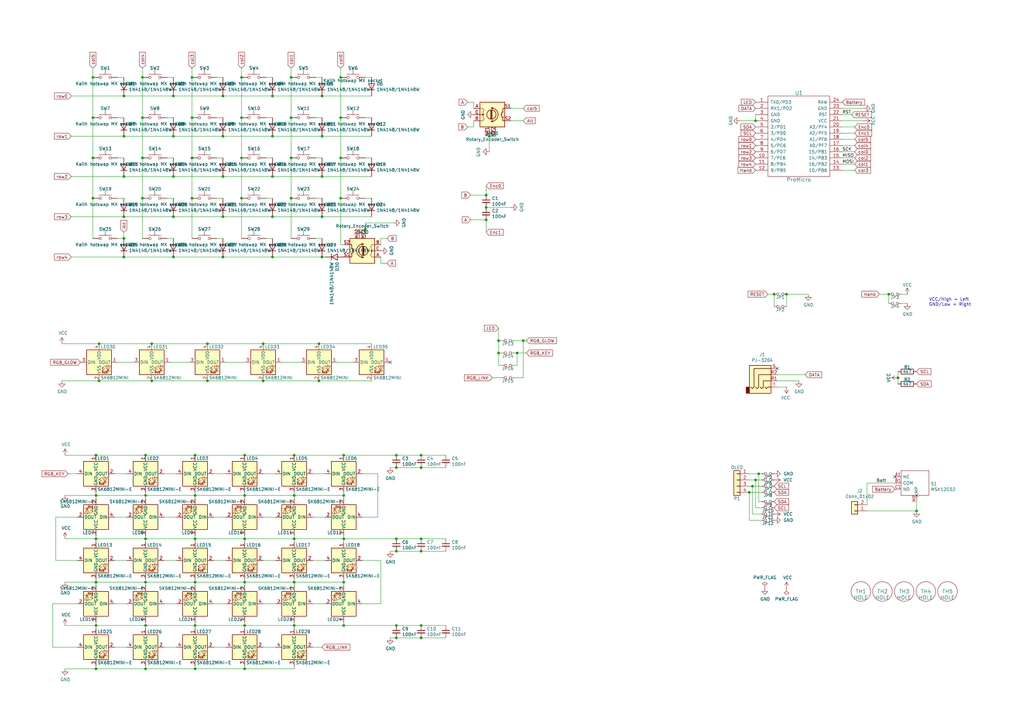
<source format=kicad_sch>
(kicad_sch (version 20211123) (generator eeschema)
  (paper "A3")
  (title_block (title "Lotus 58 Glow") (date "2022-09-14") (rev "v1.24") (company "Markus Knutsson <markus.knutsson@tweety.se>") (comment 1 "https://github.com/TweetyDaBird") (comment 2 "Licensed under CERN-OHL-S v2 or any superseding version"))
  (junction (at 119.38 48.26))
  (junction (at 50.8 97.79))
  (junction (at 59.69 274.32))
  (junction (at 132.08 88.9))
  (junction (at 204.47 139.7))
  (junction (at 59.69 220.98))
  (junction (at 100.33 256.54))
  (junction (at 307.34 201.93))
  (junction (at 85.09 140.97))
  (junction (at 130.81 140.97))
  (junction (at 80.01 220.98))
  (junction (at 91.44 105.41))
  (junction (at 139.7 48.26))
  (junction (at 162.56 261.62))
  (junction (at 100.33 203.2))
  (junction (at 58.42 81.28))
  (junction (at 80.01 186.69))
  (junction (at 78.74 81.28))
  (junction (at 204.47 144.78))
  (junction (at 199.39 90.17))
  (junction (at 172.72 261.62))
  (junction (at 111.76 55.88))
  (junction (at 132.08 55.88))
  (junction (at 39.37 186.69))
  (junction (at 368.3 154.94))
  (junction (at 85.09 156.21))
  (junction (at 59.69 256.54))
  (junction (at 50.8 105.41))
  (junction (at 172.72 186.69))
  (junction (at 199.39 85.09))
  (junction (at 80.01 274.32))
  (junction (at 111.76 39.37))
  (junction (at 111.76 72.39))
  (junction (at 200.66 55.88))
  (junction (at 119.38 31.75))
  (junction (at 58.42 48.26))
  (junction (at 172.72 220.98))
  (junction (at 99.06 31.75))
  (junction (at 71.12 72.39))
  (junction (at 38.1 48.26))
  (junction (at 140.97 238.76))
  (junction (at 50.8 39.37))
  (junction (at 58.42 31.75))
  (junction (at 149.86 93.98))
  (junction (at 50.8 72.39))
  (junction (at 139.7 64.77))
  (junction (at 71.12 55.88))
  (junction (at 99.06 81.28))
  (junction (at 59.69 186.69))
  (junction (at 39.37 220.98))
  (junction (at 71.12 39.37))
  (junction (at 50.8 88.9))
  (junction (at 107.95 156.21))
  (junction (at 140.97 220.98))
  (junction (at 100.33 186.69))
  (junction (at 58.42 64.77))
  (junction (at 38.1 31.75))
  (junction (at 50.8 55.88))
  (junction (at 172.72 191.77))
  (junction (at 111.76 105.41))
  (junction (at 140.97 256.54))
  (junction (at 39.37 238.76))
  (junction (at 39.37 274.32))
  (junction (at 91.44 55.88))
  (junction (at 317.5 120.65))
  (junction (at 38.1 64.77))
  (junction (at 375.92 209.55))
  (junction (at 162.56 226.06))
  (junction (at 162.56 220.98))
  (junction (at 364.49 120.65))
  (junction (at 71.12 105.41))
  (junction (at 78.74 64.77))
  (junction (at 120.65 256.54))
  (junction (at 120.65 220.98))
  (junction (at 39.37 256.54))
  (junction (at 111.76 88.9))
  (junction (at 59.69 203.2))
  (junction (at 80.01 238.76))
  (junction (at 199.39 80.01))
  (junction (at 120.65 186.69))
  (junction (at 91.44 39.37))
  (junction (at 311.15 194.31))
  (junction (at 132.08 72.39))
  (junction (at 120.65 203.2))
  (junction (at 132.08 39.37))
  (junction (at 119.38 64.77))
  (junction (at 132.08 105.41))
  (junction (at 120.65 238.76))
  (junction (at 322.58 120.65))
  (junction (at 309.88 49.53))
  (junction (at 309.88 196.85))
  (junction (at 140.97 203.2))
  (junction (at 39.37 203.2))
  (junction (at 100.33 220.98))
  (junction (at 78.74 31.75))
  (junction (at 172.72 226.06))
  (junction (at 308.61 199.39))
  (junction (at 80.01 203.2))
  (junction (at 99.06 64.77))
  (junction (at 78.74 48.26))
  (junction (at 162.56 186.69))
  (junction (at 172.72 256.54))
  (junction (at 80.01 256.54))
  (junction (at 214.63 139.7))
  (junction (at 99.06 48.26))
  (junction (at 162.56 191.77))
  (junction (at 212.09 144.78))
  (junction (at 91.44 72.39))
  (junction (at 40.64 140.97))
  (junction (at 100.33 238.76))
  (junction (at 130.81 156.21))
  (junction (at 139.7 31.75))
  (junction (at 91.44 88.9))
  (junction (at 139.7 81.28))
  (junction (at 62.23 156.21))
  (junction (at 100.33 274.32))
  (junction (at 107.95 140.97))
  (junction (at 62.23 140.97))
  (junction (at 38.1 81.28))
  (junction (at 162.56 256.54))
  (junction (at 140.97 186.69))
  (junction (at 71.12 88.9))
  (junction (at 119.38 81.28))
  (junction (at 40.64 156.21))
  (junction (at 59.69 238.76))
  (no_connect (at 160.02 148.59))
  (no_connect (at 367.03 195.58))
  (no_connect (at 318.77 151.13))
  (wire (pts (xy 107.95 156.21) (xy 130.81 156.21)))
  (wire (pts (xy 345.44 59.69) (xy 350.52 59.69)))
  (wire (pts (xy 140.97 203.2) (xy 140.97 201.93)))
  (wire (pts (xy 214.63 139.7) (xy 215.9 139.7)))
  (wire (pts (xy 307.34 194.31) (xy 311.15 194.31)))
  (wire (pts (xy 120.65 203.2) (xy 120.65 201.93)))
  (wire (pts (xy 25.4 156.21) (xy 40.64 156.21)))
  (wire (pts (xy 80.01 238.76) (xy 100.33 238.76)))
  (wire (pts (xy 120.65 186.69) (xy 140.97 186.69)))
  (wire (pts (xy 132.08 48.26) (xy 129.54 48.26)))
  (wire (pts (xy 162.56 220.98) (xy 172.72 220.98)))
  (wire (pts (xy 199.39 80.01) (xy 199.39 76.2)))
  (wire (pts (xy 120.65 222.25) (xy 120.65 220.98)))
  (wire (pts (xy 109.22 31.75) (xy 111.76 31.75)))
  (wire (pts (xy 107.95 265.43) (xy 113.03 265.43)))
  (wire (pts (xy 210.82 144.78) (xy 212.09 144.78)))
  (wire (pts (xy 107.95 194.31) (xy 113.03 194.31)))
  (wire (pts (xy 128.27 229.87) (xy 133.35 229.87)))
  (wire (pts (xy 67.31 212.09) (xy 72.39 212.09)))
  (wire (pts (xy 68.58 64.77) (xy 71.12 64.77)))
  (wire (pts (xy 67.31 247.65) (xy 72.39 247.65)))
  (wire (pts (xy 162.56 191.77) (xy 172.72 191.77)))
  (wire (pts (xy 80.01 220.98) (xy 80.01 222.25)))
  (wire (pts (xy 39.37 274.32) (xy 39.37 273.05)))
  (wire (pts (xy 209.55 49.53) (xy 214.63 49.53)))
  (wire (pts (xy 162.56 186.69) (xy 172.72 186.69)))
  (wire (pts (xy 130.81 140.97) (xy 152.4 140.97)))
  (wire (pts (xy 59.69 257.81) (xy 59.69 256.54)))
  (wire (pts (xy 318.77 153.67) (xy 330.2 153.67)))
  (wire (pts (xy 162.56 226.06) (xy 172.72 226.06)))
  (wire (pts (xy 140.97 220.98) (xy 140.97 222.25)))
  (wire (pts (xy 46.99 212.09) (xy 52.07 212.09)))
  (wire (pts (xy 128.27 194.31) (xy 133.35 194.31)))
  (wire (pts (xy 120.65 255.27) (xy 120.65 256.54)))
  (wire (pts (xy 21.59 247.65) (xy 21.59 265.43)))
  (wire (pts (xy 172.72 261.62) (xy 182.88 261.62)))
  (wire (pts (xy 31.75 247.65) (xy 21.59 247.65)))
  (wire (pts (xy 87.63 212.09) (xy 92.71 212.09)))
  (wire (pts (xy 29.21 105.41) (xy 50.8 105.41)))
  (wire (pts (xy 162.56 261.62) (xy 172.72 261.62)))
  (wire (pts (xy 311.15 194.31) (xy 311.15 205.74)))
  (wire (pts (xy 87.63 229.87) (xy 92.71 229.87)))
  (wire (pts (xy 156.21 229.87) (xy 156.21 247.65)))
  (wire (pts (xy 68.58 31.75) (xy 71.12 31.75)))
  (wire (pts (xy 59.69 220.98) (xy 80.01 220.98)))
  (wire (pts (xy 367.03 198.12) (xy 355.6 198.12)))
  (wire (pts (xy 80.01 186.69) (xy 100.33 186.69)))
  (wire (pts (xy 50.8 81.28) (xy 48.26 81.28)))
  (wire (pts (xy 193.04 80.01) (xy 199.39 80.01)))
  (wire (pts (xy 91.44 97.79) (xy 88.9 97.79)))
  (wire (pts (xy 87.63 194.31) (xy 92.71 194.31)))
  (wire (pts (xy 25.4 140.97) (xy 40.64 140.97)))
  (wire (pts (xy 132.08 55.88) (xy 152.4 55.88)))
  (wire (pts (xy 78.74 48.26) (xy 78.74 64.77)))
  (wire (pts (xy 162.56 191.77) (xy 160.02 191.77)))
  (wire (pts (xy 204.47 149.86) (xy 205.74 149.86)))
  (wire (pts (xy 172.72 226.06) (xy 182.88 226.06)))
  (wire (pts (xy 39.37 220.98) (xy 26.67 220.98)))
  (wire (pts (xy 120.65 256.54) (xy 140.97 256.54)))
  (wire (pts (xy 38.1 27.94) (xy 38.1 31.75)))
  (wire (pts (xy 201.93 154.94) (xy 205.74 154.94)))
  (wire (pts (xy 88.9 31.75) (xy 91.44 31.75)))
  (wire (pts (xy 132.08 105.41) (xy 133.35 105.41)))
  (wire (pts (xy 99.06 31.75) (xy 99.06 48.26)))
  (wire (pts (xy 59.69 220.98) (xy 59.69 222.25)))
  (wire (pts (xy 99.06 27.94) (xy 99.06 31.75)))
  (wire (pts (xy 26.67 186.69) (xy 39.37 186.69)))
  (wire (pts (xy 355.6 198.12) (xy 355.6 207.01)))
  (wire (pts (xy 78.74 64.77) (xy 78.74 81.28)))
  (wire (pts (xy 27.94 194.31) (xy 31.75 194.31)))
  (wire (pts (xy 46.99 194.31) (xy 52.07 194.31)))
  (wire (pts (xy 39.37 203.2) (xy 39.37 204.47)))
  (wire (pts (xy 80.01 237.49) (xy 80.01 238.76)))
  (wire (pts (xy 210.82 139.7) (xy 214.63 139.7)))
  (wire (pts (xy 204.47 144.78) (xy 205.74 144.78)))
  (wire (pts (xy 29.21 55.88) (xy 50.8 55.88)))
  (wire (pts (xy 50.8 55.88) (xy 71.12 55.88)))
  (wire (pts (xy 59.69 255.27) (xy 59.69 256.54)))
  (wire (pts (xy 48.26 64.77) (xy 50.8 64.77)))
  (wire (pts (xy 78.74 31.75) (xy 78.74 48.26)))
  (wire (pts (xy 80.01 203.2) (xy 59.69 203.2)))
  (wire (pts (xy 31.75 229.87) (xy 22.86 229.87)))
  (wire (pts (xy 309.88 49.53) (xy 303.53 49.53)))
  (wire (pts (xy 115.57 148.59) (xy 123.19 148.59)))
  (wire (pts (xy 100.33 203.2) (xy 100.33 201.93)))
  (wire (pts (xy 39.37 240.03) (xy 39.37 238.76)))
  (wire (pts (xy 71.12 105.41) (xy 91.44 105.41)))
  (wire (pts (xy 345.44 52.07) (xy 350.52 52.07)))
  (wire (pts (xy 111.76 64.77) (xy 109.22 64.77)))
  (wire (pts (xy 50.8 95.25) (xy 50.8 97.79)))
  (wire (pts (xy 39.37 220.98) (xy 39.37 222.25)))
  (wire (pts (xy 312.42 194.31) (xy 311.15 194.31)))
  (wire (pts (xy 149.86 64.77) (xy 152.4 64.77)))
  (wire (pts (xy 312.42 196.85) (xy 309.88 196.85)))
  (wire (pts (xy 307.34 201.93) (xy 312.42 201.93)))
  (wire (pts (xy 78.74 81.28) (xy 78.74 97.79)))
  (wire (pts (xy 80.01 203.2) (xy 100.33 203.2)))
  (wire (pts (xy 46.99 265.43) (xy 52.07 265.43)))
  (wire (pts (xy 158.75 107.95) (xy 156.21 107.95)))
  (wire (pts (xy 100.33 220.98) (xy 100.33 222.25)))
  (wire (pts (xy 39.37 201.93) (xy 39.37 203.2)))
  (wire (pts (xy 200.66 62.23) (xy 200.66 55.88)))
  (wire (pts (xy 318.77 156.21) (xy 327.66 156.21)))
  (wire (pts (xy 71.12 72.39) (xy 91.44 72.39)))
  (wire (pts (xy 50.8 88.9) (xy 71.12 88.9)))
  (wire (pts (xy 309.88 46.99) (xy 309.88 49.53)))
  (wire (pts (xy 99.06 64.77) (xy 99.06 81.28)))
  (wire (pts (xy 156.21 107.95) (xy 156.21 105.41)))
  (wire (pts (xy 199.39 95.25) (xy 199.39 90.17)))
  (wire (pts (xy 209.55 44.45) (xy 214.63 44.45)))
  (wire (pts (xy 130.81 156.21) (xy 152.4 156.21)))
  (wire (pts (xy 119.38 81.28) (xy 119.38 97.79)))
  (wire (pts (xy 85.09 156.21) (xy 107.95 156.21)))
  (wire (pts (xy 39.37 219.71) (xy 39.37 220.98)))
  (wire (pts (xy 191.77 52.07) (xy 194.31 52.07)))
  (wire (pts (xy 161.29 91.44) (xy 149.86 91.44)))
  (wire (pts (xy 78.74 27.94) (xy 78.74 31.75)))
  (wire (pts (xy 345.44 49.53) (xy 354.33 49.53)))
  (wire (pts (xy 71.12 55.88) (xy 91.44 55.88)))
  (wire (pts (xy 119.38 31.75) (xy 119.38 48.26)))
  (wire (pts (xy 59.69 274.32) (xy 39.37 274.32)))
  (wire (pts (xy 99.06 48.26) (xy 99.06 64.77)))
  (wire (pts (xy 85.09 140.97) (xy 107.95 140.97)))
  (wire (pts (xy 92.71 148.59) (xy 100.33 148.59)))
  (wire (pts (xy 212.09 149.86) (xy 210.82 149.86)))
  (wire (pts (xy 149.86 81.28) (xy 152.4 81.28)))
  (wire (pts (xy 100.33 203.2) (xy 120.65 203.2)))
  (wire (pts (xy 21.59 265.43) (xy 31.75 265.43)))
  (wire (pts (xy 62.23 156.21) (xy 85.09 156.21)))
  (wire (pts (xy 212.09 144.78) (xy 215.9 144.78)))
  (wire (pts (xy 139.7 31.75) (xy 139.7 48.26)))
  (wire (pts (xy 204.47 144.78) (xy 204.47 149.86)))
  (wire (pts (xy 69.85 148.59) (xy 77.47 148.59)))
  (wire (pts (xy 140.97 186.69) (xy 162.56 186.69)))
  (wire (pts (xy 345.44 54.61) (xy 350.52 54.61)))
  (wire (pts (xy 100.33 274.32) (xy 80.01 274.32)))
  (wire (pts (xy 109.22 81.28) (xy 111.76 81.28)))
  (wire (pts (xy 119.38 48.26) (xy 119.38 64.77)))
  (wire (pts (xy 80.01 274.32) (xy 80.01 273.05)))
  (wire (pts (xy 71.12 48.26) (xy 68.58 48.26)))
  (wire (pts (xy 100.33 256.54) (xy 100.33 255.27)))
  (wire (pts (xy 214.63 154.94) (xy 214.63 139.7)))
  (wire (pts (xy 140.97 220.98) (xy 162.56 220.98)))
  (wire (pts (xy 345.44 44.45) (xy 354.33 44.45)))
  (wire (pts (xy 67.31 229.87) (xy 72.39 229.87)))
  (wire (pts (xy 91.44 88.9) (xy 111.76 88.9)))
  (wire (pts (xy 80.01 257.81) (xy 80.01 256.54)))
  (wire (pts (xy 317.5 120.65) (xy 317.5 125.73)))
  (wire (pts (xy 119.38 64.77) (xy 119.38 81.28)))
  (wire (pts (xy 148.59 247.65) (xy 156.21 247.65)))
  (wire (pts (xy 100.33 238.76) (xy 120.65 238.76)))
  (wire (pts (xy 58.42 27.94) (xy 58.42 31.75)))
  (wire (pts (xy 26.67 256.54) (xy 39.37 256.54)))
  (wire (pts (xy 200.66 55.88) (xy 203.2 55.88)))
  (wire (pts (xy 99.06 81.28) (xy 99.06 97.79)))
  (wire (pts (xy 147.32 93.98) (xy 149.86 93.98)))
  (wire (pts (xy 48.26 148.59) (xy 54.61 148.59)))
  (wire (pts (xy 100.33 257.81) (xy 100.33 256.54)))
  (wire (pts (xy 29.21 88.9) (xy 50.8 88.9)))
  (wire (pts (xy 46.99 247.65) (xy 52.07 247.65)))
  (wire (pts (xy 132.08 97.79) (xy 129.54 97.79)))
  (wire (pts (xy 204.47 139.7) (xy 205.74 139.7)))
  (wire (pts (xy 88.9 48.26) (xy 91.44 48.26)))
  (wire (pts (xy 140.97 237.49) (xy 140.97 238.76)))
  (wire (pts (xy 107.95 247.65) (xy 113.03 247.65)))
  (wire (pts (xy 111.76 97.79) (xy 109.22 97.79)))
  (wire (pts (xy 80.01 203.2) (xy 80.01 204.47)))
  (wire (pts (xy 120.65 274.32) (xy 100.33 274.32)))
  (wire (pts (xy 26.67 238.76) (xy 39.37 238.76)))
  (wire (pts (xy 140.97 220.98) (xy 140.97 219.71)))
  (wire (pts (xy 100.33 204.47) (xy 100.33 203.2)))
  (wire (pts (xy 149.86 31.75) (xy 152.4 31.75)))
  (wire (pts (xy 140.97 203.2) (xy 140.97 204.47)))
  (wire (pts (xy 372.11 124.46) (xy 369.57 124.46)))
  (wire (pts (xy 120.65 204.47) (xy 120.65 203.2)))
  (wire (pts (xy 204.47 139.7) (xy 204.47 144.78)))
  (wire (pts (xy 345.44 62.23) (xy 350.52 62.23)))
  (wire (pts (xy 107.95 140.97) (xy 130.81 140.97)))
  (wire (pts (xy 87.63 247.65) (xy 92.71 247.65)))
  (wire (pts (xy 191.77 41.91) (xy 194.31 41.91)))
  (wire (pts (xy 193.04 90.17) (xy 199.39 90.17)))
  (wire (pts (xy 59.69 186.69) (xy 80.01 186.69)))
  (wire (pts (xy 162.56 261.62) (xy 160.02 261.62)))
  (wire (pts (xy 120.65 238.76) (xy 140.97 238.76)))
  (wire (pts (xy 364.49 124.46) (xy 364.49 120.65)))
  (wire (pts (xy 80.01 220.98) (xy 80.01 219.71)))
  (wire (pts (xy 199.39 85.09) (xy 209.55 85.09)))
  (wire (pts (xy 345.44 67.31) (xy 350.52 67.31)))
  (wire (pts (xy 67.31 265.43) (xy 72.39 265.43)))
  (wire (pts (xy 22.86 229.87) (xy 22.86 212.09)))
  (wire (pts (xy 162.56 256.54) (xy 172.72 256.54)))
  (wire (pts (xy 314.96 120.65) (xy 317.5 120.65)))
  (wire (pts (xy 194.31 52.07) (xy 194.31 49.53)))
  (wire (pts (xy 50.8 105.41) (xy 71.12 105.41)))
  (wire (pts (xy 87.63 265.43) (xy 92.71 265.43)))
  (wire (pts (xy 59.69 274.32) (xy 59.69 273.05)))
  (wire (pts (xy 132.08 31.75) (xy 129.54 31.75)))
  (wire (pts (xy 39.37 203.2) (xy 26.67 203.2)))
  (wire (pts (xy 91.44 81.28) (xy 88.9 81.28)))
  (wire (pts (xy 111.76 55.88) (xy 132.08 55.88)))
  (wire (pts (xy 375.92 209.55) (xy 375.92 205.74)))
  (wire (pts (xy 132.08 72.39) (xy 152.4 72.39)))
  (wire (pts (xy 59.69 203.2) (xy 59.69 201.93)))
  (wire (pts (xy 345.44 69.85) (xy 350.52 69.85)))
  (wire (pts (xy 39.37 186.69) (xy 59.69 186.69)))
  (wire (pts (xy 29.21 39.37) (xy 50.8 39.37)))
  (wire (pts (xy 149.86 91.44) (xy 149.86 93.98)))
  (wire (pts (xy 139.7 64.77) (xy 139.7 81.28)))
  (wire (pts (xy 120.65 257.81) (xy 120.65 256.54)))
  (wire (pts (xy 368.3 154.94) (xy 368.3 157.48)))
  (wire (pts (xy 360.68 120.65) (xy 364.49 120.65)))
  (wire (pts (xy 322.58 120.65) (xy 322.58 125.73)))
  (wire (pts (xy 152.4 48.26) (xy 149.86 48.26)))
  (wire (pts (xy 39.37 203.2) (xy 59.69 203.2)))
  (wire (pts (xy 100.33 237.49) (xy 100.33 238.76)))
  (wire (pts (xy 59.69 237.49) (xy 59.69 238.76)))
  (wire (pts (xy 120.65 203.2) (xy 140.97 203.2)))
  (wire (pts (xy 140.97 256.54) (xy 140.97 255.27)))
  (wire (pts (xy 91.44 105.41) (xy 111.76 105.41)))
  (wire (pts (xy 204.47 134.62) (xy 204.47 139.7)))
  (wire (pts (xy 111.76 72.39) (xy 132.08 72.39)))
  (wire (pts (xy 100.33 220.98) (xy 120.65 220.98)))
  (wire (pts (xy 120.65 274.32) (xy 120.65 273.05)))
  (wire (pts (xy 345.44 46.99) (xy 349.25 46.99)))
  (wire (pts (xy 120.65 220.98) (xy 120.65 219.71)))
  (wire (pts (xy 62.23 140.97) (xy 85.09 140.97)))
  (wire (pts (xy 140.97 256.54) (xy 162.56 256.54)))
  (wire (pts (xy 368.3 152.4) (xy 368.3 154.94)))
  (wire (pts (xy 148.59 229.87) (xy 156.21 229.87)))
  (wire (pts (xy 154.94 194.31) (xy 154.94 212.09)))
  (wire (pts (xy 91.44 72.39) (xy 111.76 72.39)))
  (wire (pts (xy 80.01 201.93) (xy 80.01 203.2)))
  (wire (pts (xy 172.72 186.69) (xy 182.88 186.69)))
  (wire (pts (xy 91.44 39.37) (xy 111.76 39.37)))
  (wire (pts (xy 58.42 81.28) (xy 58.42 97.79)))
  (wire (pts (xy 59.69 220.98) (xy 59.69 219.71)))
  (wire (pts (xy 59.69 204.47) (xy 59.69 203.2)))
  (wire (pts (xy 172.72 256.54) (xy 182.88 256.54)))
  (wire (pts (xy 80.01 240.03) (xy 80.01 238.76)))
  (wire (pts (xy 132.08 265.43) (xy 128.27 265.43)))
  (wire (pts (xy 67.31 194.31) (xy 72.39 194.31)))
  (wire (pts (xy 158.75 97.79) (xy 156.21 97.79)))
  (wire (pts (xy 120.65 220.98) (xy 140.97 220.98)))
  (wire (pts (xy 331.47 120.65) (xy 322.58 120.65)))
  (wire (pts (xy 162.56 226.06) (xy 160.02 226.06)))
  (wire (pts (xy 80.01 256.54) (xy 80.01 255.27)))
  (wire (pts (xy 318.77 158.75) (xy 322.58 158.75)))
  (wire (pts (xy 71.12 39.37) (xy 91.44 39.37)))
  (wire (pts (xy 46.99 229.87) (xy 52.07 229.87)))
  (wire (pts (xy 39.37 255.27) (xy 39.37 256.54)))
  (wire (pts (xy 369.57 120.65) (xy 372.11 120.65)))
  (wire (pts (xy 38.1 48.26) (xy 38.1 64.77)))
  (wire (pts (xy 148.59 212.09) (xy 154.94 212.09)))
  (wire (pts (xy 128.27 247.65) (xy 133.35 247.65)))
  (wire (pts (xy 39.37 257.81) (xy 39.37 256.54)))
  (wire (pts (xy 80.01 220.98) (xy 100.33 220.98)))
  (wire (pts (xy 59.69 256.54) (xy 80.01 256.54)))
  (wire (pts (xy 38.1 81.28) (xy 38.1 97.79)))
  (wire (pts (xy 59.69 238.76) (xy 80.01 238.76)))
  (wire (pts (xy 107.95 212.09) (xy 113.03 212.09)))
  (wire (pts (xy 119.38 27.94) (xy 119.38 31.75)))
  (wire (pts (xy 139.7 48.26) (xy 139.7 64.77)))
  (wire (pts (xy 139.7 27.94) (xy 139.7 31.75)))
  (wire (pts (xy 139.7 81.28) (xy 139.7 100.33)))
  (wire (pts (xy 80.01 274.32) (xy 59.69 274.32)))
  (wire (pts (xy 132.08 39.37) (xy 152.4 39.37)))
  (wire (pts (xy 100.33 186.69) (xy 120.65 186.69)))
  (wire (pts (xy 100.33 274.32) (xy 100.33 273.05)))
  (wire (pts (xy 50.8 39.37) (xy 71.12 39.37)))
  (wire (pts (xy 308.61 199.39) (xy 312.42 199.39)))
  (wire (pts (xy 132.08 88.9) (xy 152.4 88.9)))
  (wire (pts (xy 100.33 256.54) (xy 120.65 256.54)))
  (wire (pts (xy 71.12 88.9) (xy 91.44 88.9)))
  (wire (pts (xy 120.65 240.03) (xy 120.65 238.76)))
  (wire (pts (xy 71.12 81.28) (xy 68.58 81.28)))
  (wire (pts (xy 22.86 212.09) (xy 31.75 212.09)))
  (wire (pts (xy 210.82 154.94) (xy 214.63 154.94)))
  (wire (pts (xy 39.37 274.32) (xy 26.67 274.32)))
  (wire (pts (xy 309.88 196.85) (xy 309.88 208.28)))
  (wire (pts (xy 308.61 210.82) (xy 308.61 199.39)))
  (wire (pts (xy 172.72 220.98) (xy 182.88 220.98)))
  (wire (pts (xy 40.64 156.21) (xy 62.23 156.21)))
  (wire (pts (xy 39.37 238.76) (xy 59.69 238.76)))
  (wire (pts (xy 307.34 213.36) (xy 312.42 213.36)))
  (wire (pts (xy 307.34 201.93) (xy 307.34 213.36)))
  (wire (pts (xy 58.42 64.77) (xy 58.42 81.28)))
  (wire (pts (xy 156.21 97.79) (xy 156.21 100.33)))
  (wire (pts (xy 107.95 229.87) (xy 113.03 229.87)))
  (wire (pts (xy 132.08 64.77) (xy 129.54 64.77)))
  (wire (pts (xy 139.7 100.33) (xy 140.97 100.33)))
  (wire (pts (xy 71.12 97.79) (xy 68.58 97.79)))
  (wire (pts (xy 307.34 196.85) (xy 309.88 196.85)))
  (wire (pts (xy 50.8 48.26) (xy 48.26 48.26)))
  (wire (pts (xy 345.44 64.77) (xy 350.52 64.77)))
  (wire (pts (xy 312.42 205.74) (xy 311.15 205.74)))
  (wire (pts (xy 312.42 210.82) (xy 308.61 210.82)))
  (wire (pts (xy 100.33 238.76) (xy 100.33 240.03)))
  (wire (pts (xy 111.76 48.26) (xy 109.22 48.26)))
  (wire (pts (xy 88.9 64.77) (xy 91.44 64.77)))
  (wire (pts (xy 138.43 148.59) (xy 144.78 148.59)))
  (wire (pts (xy 50.8 31.75) (xy 48.26 31.75)))
  (wire (pts (xy 148.59 194.31) (xy 154.94 194.31)))
  (wire (pts (xy 80.01 256.54) (xy 100.33 256.54)))
  (wire (pts (xy 120.65 237.49) (xy 120.65 238.76)))
  (wire (pts (xy 111.76 105.41) (xy 132.08 105.41)))
  (wire (pts (xy 50.8 72.39) (xy 71.12 72.39)))
  (wire (pts (xy 132.08 81.28) (xy 129.54 81.28)))
  (wire (pts (xy 111.76 88.9) (xy 132.08 88.9)))
  (wire (pts (xy 39.37 220.98) (xy 59.69 220.98)))
  (wire (pts (xy 58.42 31.75) (xy 58.42 48.26)))
  (wire (pts (xy 29.21 72.39) (xy 50.8 72.39)))
  (wire (pts (xy 59.69 238.76) (xy 59.69 240.03)))
  (wire (pts (xy 39.37 256.54) (xy 59.69 256.54)))
  (wire (pts (xy 100.33 220.98) (xy 100.33 219.71)))
  (wire (pts (xy 355.6 209.55) (xy 375.92 209.55)))
  (wire (pts (xy 91.44 55.88) (xy 111.76 55.88)))
  (wire (pts (xy 194.31 41.91) (xy 194.31 44.45)))
  (wire (pts (xy 309.88 208.28) (xy 312.42 208.28)))
  (wire (pts (xy 39.37 237.49) (xy 39.37 238.76)))
  (wire (pts (xy 345.44 57.15) (xy 350.52 57.15)))
  (wire (pts (xy 40.64 140.97) (xy 62.23 140.97)))
  (wire (pts (xy 172.72 191.77) (xy 182.88 191.77)))
  (wire (pts (xy 48.26 97.79) (xy 50.8 97.79)))
  (wire (pts (xy 307.34 199.39) (xy 308.61 199.39)))
  (wire (pts (xy 140.97 238.76) (xy 140.97 240.03)))
  (wire (pts (xy 38.1 31.75) (xy 38.1 48.26)))
  (wire (pts (xy 111.76 39.37) (xy 132.08 39.37)))
  (wire (pts (xy 212.09 144.78) (xy 212.09 149.86)))
  (wire (pts (xy 58.42 48.26) (xy 58.42 64.77)))
  (wire (pts (xy 38.1 64.77) (xy 38.1 81.28)))
  (wire (pts (xy 128.27 212.09) (xy 133.35 212.09)))
  (text "VCC/High = Left\nGND/Low = Right" (at 381 125.73 0) (effects (font (size 1.27 1.27)) (justify left bottom)))
  (label "MOSI" (at 345.44 67.31 0))
  (label "SCK" (at 345.44 62.23 0))
  (label "Batt" (at 359.41 198.12 0))
  (label "RST" (at 345.44 46.99 0))
  (label "MISO" (at 345.44 64.77 0))
  (global_label "A" (shape input) (at 193.04 90.17 180) (property "Intersheet References" "${INTERSHEET_REFS}" (effects hide)))
  (global_label "Alt" (shape input) (at 50.8 95.25 90) (property "Intersheet References" "${INTERSHEET_REFS}" (effects hide)))
  (global_label "col2" (shape input) (at 350.52 64.77 0) (property "Intersheet References" "${INTERSHEET_REFS}" (effects hide)))
  (global_label "RESET" (shape input) (at 314.96 120.65 180) (property "Intersheet References" "${INTERSHEET_REFS}" (effects hide)))
  (global_label "row2" (shape input) (at 309.88 62.23 180) (property "Intersheet References" "${INTERSHEET_REFS}" (effects hide)))
  (global_label "RESET" (shape input) (at 349.25 46.99 0) (property "Intersheet References" "${INTERSHEET_REFS}" (effects hide)))
  (global_label "col4" (shape input) (at 58.42 27.94 90) (property "Intersheet References" "${INTERSHEET_REFS}" (effects hide)))
  (global_label "row1" (shape input) (at 309.88 59.69 180) (property "Intersheet References" "${INTERSHEET_REFS}" (effects hide)))
  (global_label "RGB_GLOW" (shape input) (at 33.02 148.59 180) (property "Intersheet References" "${INTERSHEET_REFS}" (effects hide)))
  (global_label "SCL" (shape input) (at 375.92 152.4 0) (property "Intersheet References" "${INTERSHEET_REFS}" (effects hide)))
  (global_label "Battery" (shape input) (at 345.44 41.91 0) (property "Intersheet References" "${INTERSHEET_REFS}" (effects hide)))
  (global_label "RGB_GLOW" (shape input) (at 215.9 139.7 0) (property "Intersheet References" "${INTERSHEET_REFS}" (effects hide)))
  (global_label "SDA" (shape input) (at 375.92 157.48 0) (property "Intersheet References" "${INTERSHEET_REFS}" (effects hide)))
  (global_label "Enc1" (shape input) (at 199.39 95.25 0) (property "Intersheet References" "${INTERSHEET_REFS}" (effects hide)))
  (global_label "RGB_KEY" (shape input) (at 215.9 144.78 0) (property "Intersheet References" "${INTERSHEET_REFS}" (effects hide)))
  (global_label "RGB_LINK" (shape input) (at 201.93 154.94 180) (property "Intersheet References" "${INTERSHEET_REFS}" (effects hide)))
  (global_label "row3" (shape input) (at 29.21 88.9 180) (property "Intersheet References" "${INTERSHEET_REFS}" (effects hide)))
  (global_label "SDA" (shape input) (at 317.5 205.74 0) (property "Intersheet References" "${INTERSHEET_REFS}" (effects hide)))
  (global_label "row3" (shape input) (at 309.88 64.77 180) (property "Intersheet References" "${INTERSHEET_REFS}" (effects hide)))
  (global_label "SCL" (shape input) (at 309.88 54.61 180) (property "Intersheet References" "${INTERSHEET_REFS}" (effects hide)))
  (global_label "SDA" (shape input) (at 317.5 201.93 0) (property "Intersheet References" "${INTERSHEET_REFS}" (effects hide)))
  (global_label "Enc0" (shape input) (at 350.52 52.07 0) (property "Intersheet References" "${INTERSHEET_REFS}" (effects hide)))
  (global_label "col4" (shape input) (at 350.52 59.69 0) (property "Intersheet References" "${INTERSHEET_REFS}" (effects hide)))
  (global_label "row1" (shape input) (at 29.21 55.88 180) (property "Intersheet References" "${INTERSHEET_REFS}" (effects hide)))
  (global_label "SCL" (shape input) (at 317.5 208.28 0) (property "Intersheet References" "${INTERSHEET_REFS}" (effects hide)))
  (global_label "RGB_LINK" (shape input) (at 132.08 265.43 0) (property "Intersheet References" "${INTERSHEET_REFS}" (effects hide)))
  (global_label "row2" (shape input) (at 29.21 72.39 180) (property "Intersheet References" "${INTERSHEET_REFS}" (effects hide)))
  (global_label "A" (shape input) (at 191.77 41.91 180) (property "Intersheet References" "${INTERSHEET_REFS}" (effects hide)))
  (global_label "col5" (shape input) (at 214.63 44.45 0) (property "Intersheet References" "${INTERSHEET_REFS}" (effects hide)))
  (global_label "col5" (shape input) (at 38.1 27.94 90) (property "Intersheet References" "${INTERSHEET_REFS}" (effects hide)))
  (global_label "col0" (shape input) (at 350.52 62.23 0) (property "Intersheet References" "${INTERSHEET_REFS}" (effects hide)))
  (global_label "col3" (shape input) (at 78.74 27.94 90) (property "Intersheet References" "${INTERSHEET_REFS}" (effects hide)))
  (global_label "Battery" (shape input) (at 367.03 200.66 180) (property "Intersheet References" "${INTERSHEET_REFS}" (effects hide)))
  (global_label "LED" (shape input) (at 309.88 41.91 180) (property "Intersheet References" "${INTERSHEET_REFS}" (effects hide)))
  (global_label "SCL" (shape input) (at 317.5 199.39 0) (property "Intersheet References" "${INTERSHEET_REFS}" (effects hide)))
  (global_label "Hand" (shape input) (at 309.88 69.85 180) (property "Intersheet References" "${INTERSHEET_REFS}" (effects hide)))
  (global_label "A" (shape input) (at 158.75 107.95 0) (property "Intersheet References" "${INTERSHEET_REFS}" (effects hide)))
  (global_label "row0" (shape input) (at 29.21 39.37 180) (property "Intersheet References" "${INTERSHEET_REFS}" (effects hide)))
  (global_label "SDA" (shape input) (at 309.88 52.07 180) (property "Intersheet References" "${INTERSHEET_REFS}" (effects hide)))
  (global_label "RGB_KEY" (shape input) (at 27.94 194.31 180) (property "Intersheet References" "${INTERSHEET_REFS}" (effects hide)))
  (global_label "Alt" (shape input) (at 214.63 49.53 0) (property "Intersheet References" "${INTERSHEET_REFS}" (effects hide)))
  (global_label "B" (shape input) (at 193.04 80.01 180) (property "Intersheet References" "${INTERSHEET_REFS}" (effects hide)))
  (global_label "col5" (shape input) (at 350.52 57.15 0) (property "Intersheet References" "${INTERSHEET_REFS}" (effects hide)))
  (global_label "DATA" (shape input) (at 330.2 153.67 0) (property "Intersheet References" "${INTERSHEET_REFS}" (effects hide)))
  (global_label "Enc0" (shape input) (at 199.39 76.2 0) (property "Intersheet References" "${INTERSHEET_REFS}" (effects hide)))
  (global_label "row4" (shape input) (at 29.21 105.41 180) (property "Intersheet References" "${INTERSHEET_REFS}" (effects hide)))
  (global_label "row0" (shape input) (at 309.88 57.15 180) (property "Intersheet References" "${INTERSHEET_REFS}" (effects hide)))
  (global_label "B" (shape input) (at 191.77 52.07 180) (property "Intersheet References" "${INTERSHEET_REFS}" (effects hide)))
  (global_label "B" (shape input) (at 158.75 97.79 0) (property "Intersheet References" "${INTERSHEET_REFS}" (effects hide)))
  (global_label "col1" (shape input) (at 350.52 67.31 0) (property "Intersheet References" "${INTERSHEET_REFS}" (effects hide)))
  (global_label "col1" (shape input) (at 119.38 27.94 90) (property "Intersheet References" "${INTERSHEET_REFS}" (effects hide)))
  (global_label "col0" (shape input) (at 139.7 27.94 90) (property "Intersheet References" "${INTERSHEET_REFS}" (effects hide)))
  (global_label "Hand" (shape input) (at 360.68 120.65 180) (property "Intersheet References" "${INTERSHEET_REFS}" (effects hide)))
  (global_label "col2" (shape input) (at 99.06 27.94 90) (property "Intersheet References" "${INTERSHEET_REFS}" (effects hide)))
  (global_label "DATA" (shape input) (at 309.88 44.45 180) (property "Intersheet References" "${INTERSHEET_REFS}" (effects hide)))
  (global_label "row4" (shape input) (at 309.88 67.31 180) (property "Intersheet References" "${INTERSHEET_REFS}" (effects hide)))
  (global_label "Enc1" (shape input) (at 350.52 54.61 0) (property "Intersheet References" "${INTERSHEET_REFS}" (effects hide)))
  (global_label "col3" (shape input) (at 350.52 69.85 0) (property "Intersheet References" "${INTERSHEET_REFS}" (effects hide)))
  (global_label "LED" (shape input) (at 204.47 134.62 180) (property "Intersheet References" "${INTERSHEET_REFS}" (effects hide)))
  (symbol (lib_id "keebio:ProMicro") (at 327.66 55.88 0) (unit 1)
    (property "Reference" "U1" (at 327.66 38.1 0) (effects (font (size 1.524 1.524))))
    (property "Value" "ProMicro" (at 327.66 73.66 0) (effects (font (size 1.524 1.524))))
    (property "Footprint" "Keyboard Library:ProMicro_Reversible" (effects hide))
  )
  (symbol (lib_id "Switch:SW_Push") (at 43.18 97.79 0) (unit 1)
    (property "Reference" "SW25" (at 43.18 93.98 0))
    (property "Value" "Kailh hotswap MX socket" (at 43.18 100.33 0))
    (property "Footprint" "keyswitches:Kailh_socket_MX_reversible_RGB" (effects hide))
  )
  (symbol (lib_id "Switch:SW_Push") (at 63.5 97.79 0) (unit 1)
    (property "Reference" "SW26" (at 63.5 93.98 0))
    (property "Value" "Kailh hotswap MX socket" (at 63.5 100.33 0))
    (property "Footprint" "keyswitches:Kailh_socket_MX_reversible_RGB" (effects hide))
  )
  (symbol (lib_id "Switch:SW_Push") (at 43.18 31.75 0) (unit 1)
    (property "Reference" "SW1" (at 43.18 27.94 0))
    (property "Value" "Kailh hotswap MX socket" (at 43.18 34.29 0))
    (property "Footprint" "keyswitches:Kailh_socket_MX_reversible_RGB" (effects hide))
  )
  (symbol (lib_id "Device:D") (at 50.8 35.56 90) (unit 1)
    (property "Reference" "D1" (at 52.8066 34.3916 90) (effects (justify right)))
    (property "Value" "1N4148/1N4148W" (at 52.8066 36.703 90) (effects (justify right)))
    (property "Footprint" "Keyboard Library:Diode_DO35_SOD123" (effects hide))
  )
  (symbol (lib_id "Switch:SW_Push") (at 63.5 31.75 0) (unit 1)
    (property "Reference" "SW2" (at 63.5 27.94 0))
    (property "Value" "Kailh hotswap MX socket" (at 63.5 34.29 0))
    (property "Footprint" "keyswitches:Kailh_socket_MX_reversible_RGB" (effects hide))
  )
  (symbol (lib_id "Device:D") (at 71.12 35.56 90) (unit 1)
    (property "Reference" "D2" (at 73.1266 34.3916 90) (effects (justify right)))
    (property "Value" "1N4148/1N4148W" (at 73.1266 36.703 90) (effects (justify right)))
    (property "Footprint" "Keyboard Library:Diode_DO35_SOD123" (effects hide))
  )
  (symbol (lib_id "Switch:SW_Push") (at 83.82 31.75 0) (unit 1)
    (property "Reference" "SW3" (at 83.82 27.94 0))
    (property "Value" "Kailh hotswap MX socket" (at 83.82 34.29 0))
    (property "Footprint" "keyswitches:Kailh_socket_MX_reversible_RGB" (effects hide))
  )
  (symbol (lib_id "Device:D") (at 91.44 35.56 90) (unit 1)
    (property "Reference" "D3" (at 93.4466 34.3916 90) (effects (justify right)))
    (property "Value" "1N4148/1N4148W" (at 93.4466 36.703 90) (effects (justify right)))
    (property "Footprint" "Keyboard Library:Diode_DO35_SOD123" (effects hide))
  )
  (symbol (lib_id "Switch:SW_Push") (at 104.14 31.75 0) (unit 1)
    (property "Reference" "SW4" (at 104.14 27.94 0))
    (property "Value" "Kailh hotswap MX socket" (at 104.14 34.29 0))
    (property "Footprint" "keyswitches:Kailh_socket_MX_reversible_RGB" (effects hide))
  )
  (symbol (lib_id "Device:D") (at 111.76 35.56 90) (unit 1)
    (property "Reference" "D4" (at 113.7666 34.3916 90) (effects (justify right)))
    (property "Value" "1N4148/1N4148W" (at 113.7666 36.703 90) (effects (justify right)))
    (property "Footprint" "Keyboard Library:Diode_DO35_SOD123" (effects hide))
  )
  (symbol (lib_id "Switch:SW_Push") (at 124.46 31.75 0) (unit 1)
    (property "Reference" "SW5" (at 124.46 27.94 0))
    (property "Value" "Kailh hotswap MX socket" (at 124.46 34.29 0))
    (property "Footprint" "keyswitches:Kailh_socket_MX_reversible_RGB" (effects hide))
  )
  (symbol (lib_id "Device:D") (at 132.08 35.56 90) (unit 1)
    (property "Reference" "D5" (at 134.0866 34.3916 90) (effects (justify right)))
    (property "Value" "1N4148/1N4148W" (at 134.0866 36.703 90) (effects (justify right)))
    (property "Footprint" "Keyboard Library:Diode_DO35_SOD123" (effects hide))
  )
  (symbol (lib_id "Switch:SW_Push") (at 144.78 31.75 0) (unit 1)
    (property "Reference" "SW6" (at 144.78 27.94 0))
    (property "Value" "Kailh hotswap MX socket" (at 144.78 33.02 0))
    (property "Footprint" "keyswitches:Kailh_socket_MX_reversible_RGB" (effects hide))
  )
  (symbol (lib_id "Device:D") (at 152.4 35.56 90) (unit 1)
    (property "Reference" "D6" (at 154.4066 34.3916 90) (effects (justify right)))
    (property "Value" "1N4148/1N4148W" (at 154.4066 36.703 90) (effects (justify right)))
    (property "Footprint" "Keyboard Library:Diode_DO35_SOD123" (effects hide))
  )
  (symbol (lib_id "Switch:SW_Push") (at 63.5 48.26 0) (unit 1)
    (property "Reference" "SW8" (at 63.5 44.45 0))
    (property "Value" "Kailh hotswap MX socket" (at 63.5 50.8 0))
    (property "Footprint" "keyswitches:Kailh_socket_MX_reversible_RGB" (effects hide))
  )
  (symbol (lib_id "Switch:SW_Push") (at 83.82 48.26 0) (unit 1)
    (property "Reference" "SW9" (at 83.82 44.45 0))
    (property "Value" "Kailh hotswap MX socket" (at 83.82 50.8 0))
    (property "Footprint" "keyswitches:Kailh_socket_MX_reversible_RGB" (effects hide))
  )
  (symbol (lib_id "Switch:SW_Push") (at 104.14 48.26 0) (unit 1)
    (property "Reference" "SW10" (at 104.14 44.45 0))
    (property "Value" "Kailh hotswap MX socket" (at 104.14 50.8 0))
    (property "Footprint" "keyswitches:Kailh_socket_MX_reversible_RGB" (effects hide))
  )
  (symbol (lib_id "Switch:SW_Push") (at 124.46 48.26 0) (unit 1)
    (property "Reference" "SW11" (at 124.46 44.45 0))
    (property "Value" "Kailh hotswap MX socket" (at 124.46 50.8 0))
    (property "Footprint" "keyswitches:Kailh_socket_MX_reversible_RGB" (effects hide))
  )
  (symbol (lib_id "Switch:SW_Push") (at 144.78 48.26 0) (unit 1)
    (property "Reference" "SW12" (at 144.78 44.45 0))
    (property "Value" "Kailh hotswap MX socket" (at 144.78 50.8 0))
    (property "Footprint" "keyswitches:Kailh_socket_MX_reversible_RGB" (effects hide))
  )
  (symbol (lib_id "Switch:SW_Push") (at 43.18 48.26 0) (unit 1)
    (property "Reference" "SW7" (at 43.18 44.45 0))
    (property "Value" "Kailh hotswap MX socket" (at 43.18 50.8 0))
    (property "Footprint" "keyswitches:Kailh_socket_MX_reversible_RGB" (effects hide))
  )
  (symbol (lib_id "Device:D") (at 50.8 52.07 90) (unit 1)
    (property "Reference" "D7" (at 52.8066 50.9016 90) (effects (justify right)))
    (property "Value" "1N4148/1N4148W" (at 52.8066 53.213 90) (effects (justify right)))
    (property "Footprint" "Keyboard Library:Diode_DO35_SOD123" (effects hide))
  )
  (symbol (lib_id "Device:D") (at 71.12 52.07 90) (unit 1)
    (property "Reference" "D8" (at 73.1266 50.9016 90) (effects (justify right)))
    (property "Value" "1N4148/1N4148W" (at 73.1266 53.213 90) (effects (justify right)))
    (property "Footprint" "Keyboard Library:Diode_DO35_SOD123" (effects hide))
  )
  (symbol (lib_id "Device:D") (at 91.44 52.07 90) (unit 1)
    (property "Reference" "D9" (at 93.4466 50.9016 90) (effects (justify right)))
    (property "Value" "1N4148/1N4148W" (at 93.4466 53.213 90) (effects (justify right)))
    (property "Footprint" "Keyboard Library:Diode_DO35_SOD123" (effects hide))
  )
  (symbol (lib_id "Device:D") (at 111.76 52.07 90) (unit 1)
    (property "Reference" "D10" (at 113.7666 50.9016 90) (effects (justify right)))
    (property "Value" "1N4148/1N4148W" (at 113.7666 53.213 90) (effects (justify right)))
    (property "Footprint" "Keyboard Library:Diode_DO35_SOD123" (effects hide))
  )
  (symbol (lib_id "Device:D") (at 132.08 52.07 90) (unit 1)
    (property "Reference" "D11" (at 134.0866 50.9016 90) (effects (justify right)))
    (property "Value" "1N4148/1N4148W" (at 134.0866 53.213 90) (effects (justify right)))
    (property "Footprint" "Keyboard Library:Diode_DO35_SOD123" (effects hide))
  )
  (symbol (lib_id "Device:D") (at 152.4 52.07 90) (unit 1)
    (property "Reference" "D12" (at 154.4066 50.9016 90) (effects (justify right)))
    (property "Value" "1N4148/1N4148W" (at 154.4066 53.213 90) (effects (justify right)))
    (property "Footprint" "Keyboard Library:Diode_DO35_SOD123" (effects hide))
  )
  (symbol (lib_id "Switch:SW_Push") (at 43.18 64.77 0) (unit 1)
    (property "Reference" "SW13" (at 43.18 60.96 0))
    (property "Value" "Kailh hotswap MX socket" (at 43.18 67.31 0))
    (property "Footprint" "keyswitches:Kailh_socket_MX_reversible_RGB" (effects hide))
  )
  (symbol (lib_id "Switch:SW_Push") (at 63.5 64.77 0) (unit 1)
    (property "Reference" "SW14" (at 63.5 60.96 0))
    (property "Value" "Kailh hotswap MX socket" (at 63.5 67.31 0))
    (property "Footprint" "keyswitches:Kailh_socket_MX_reversible_RGB" (effects hide))
  )
  (symbol (lib_id "Switch:SW_Push") (at 83.82 64.77 0) (unit 1)
    (property "Reference" "SW15" (at 83.82 60.96 0))
    (property "Value" "Kailh hotswap MX socket" (at 83.82 67.31 0))
    (property "Footprint" "keyswitches:Kailh_socket_MX_reversible_RGB" (effects hide))
  )
  (symbol (lib_id "Switch:SW_Push") (at 104.14 64.77 0) (unit 1)
    (property "Reference" "SW16" (at 104.14 60.96 0))
    (property "Value" "Kailh hotswap MX socket" (at 104.14 67.31 0))
    (property "Footprint" "keyswitches:Kailh_socket_MX_reversible_RGB" (effects hide))
  )
  (symbol (lib_id "Switch:SW_Push") (at 124.46 64.77 0) (unit 1)
    (property "Reference" "SW17" (at 124.46 60.96 0))
    (property "Value" "Kailh hotswap MX socket" (at 124.46 67.31 0))
    (property "Footprint" "keyswitches:Kailh_socket_MX_reversible_RGB" (effects hide))
  )
  (symbol (lib_id "Switch:SW_Push") (at 144.78 64.77 0) (unit 1)
    (property "Reference" "SW18" (at 144.78 60.96 0))
    (property "Value" "Kailh hotswap MX socket" (at 144.78 67.31 0))
    (property "Footprint" "keyswitches:Kailh_socket_MX_reversible_RGB" (effects hide))
  )
  (symbol (lib_id "Device:D") (at 50.8 68.58 90) (unit 1)
    (property "Reference" "D13" (at 52.8066 67.4116 90) (effects (justify right)))
    (property "Value" "1N4148/1N4148W" (at 52.8066 69.723 90) (effects (justify right)))
    (property "Footprint" "Keyboard Library:Diode_DO35_SOD123" (effects hide))
  )
  (symbol (lib_id "Device:D") (at 71.12 68.58 90) (unit 1)
    (property "Reference" "D14" (at 73.1266 67.4116 90) (effects (justify right)))
    (property "Value" "1N4148/1N4148W" (at 73.1266 69.723 90) (effects (justify right)))
    (property "Footprint" "Keyboard Library:Diode_DO35_SOD123" (effects hide))
  )
  (symbol (lib_id "Device:D") (at 91.44 68.58 90) (unit 1)
    (property "Reference" "D15" (at 93.4466 67.4116 90) (effects (justify right)))
    (property "Value" "1N4148/1N4148W" (at 93.4466 69.723 90) (effects (justify right)))
    (property "Footprint" "Keyboard Library:Diode_DO35_SOD123" (effects hide))
  )
  (symbol (lib_id "Device:D") (at 111.76 68.58 90) (unit 1)
    (property "Reference" "D16" (at 113.7666 67.4116 90) (effects (justify right)))
    (property "Value" "1N4148/1N4148W" (at 113.7666 69.723 90) (effects (justify right)))
    (property "Footprint" "Keyboard Library:Diode_DO35_SOD123" (effects hide))
  )
  (symbol (lib_id "Device:D") (at 132.08 68.58 90) (unit 1)
    (property "Reference" "D17" (at 134.0866 67.4116 90) (effects (justify right)))
    (property "Value" "1N4148/1N4148W" (at 134.0866 69.723 90) (effects (justify right)))
    (property "Footprint" "Keyboard Library:Diode_DO35_SOD123" (effects hide))
  )
  (symbol (lib_id "Device:D") (at 152.4 68.58 90) (unit 1)
    (property "Reference" "D18" (at 154.4066 67.4116 90) (effects (justify right)))
    (property "Value" "1N4148/1N4148W" (at 154.4066 69.723 90) (effects (justify right)))
    (property "Footprint" "Keyboard Library:Diode_DO35_SOD123" (effects hide))
  )
  (symbol (lib_id "Switch:SW_Push") (at 83.82 81.28 0) (unit 1)
    (property "Reference" "SW21" (at 83.82 77.47 0))
    (property "Value" "Kailh hotswap MX socket" (at 83.82 83.82 0))
    (property "Footprint" "keyswitches:Kailh_socket_MX_reversible_RGB" (effects hide))
  )
  (symbol (lib_id "Switch:SW_Push") (at 104.14 81.28 0) (unit 1)
    (property "Reference" "SW22" (at 104.14 77.47 0))
    (property "Value" "Kailh hotswap MX socket" (at 104.14 83.82 0))
    (property "Footprint" "keyswitches:Kailh_socket_MX_reversible_RGB" (effects hide))
  )
  (symbol (lib_id "Switch:SW_Push") (at 124.46 81.28 0) (unit 1)
    (property "Reference" "SW23" (at 124.46 77.47 0))
    (property "Value" "Kailh hotswap MX socket" (at 124.46 83.82 0))
    (property "Footprint" "keyswitches:Kailh_socket_MX_reversible_RGB" (effects hide))
  )
  (symbol (lib_id "Switch:SW_Push") (at 144.78 81.28 0) (unit 1)
    (property "Reference" "SW24" (at 144.78 77.47 0))
    (property "Value" "Kailh hotswap MX socket" (at 144.78 83.82 0))
    (property "Footprint" "keyswitches:Kailh_socket_MX_reversible_RGB" (effects hide))
  )
  (symbol (lib_id "Switch:SW_Push") (at 63.5 81.28 0) (unit 1)
    (property "Reference" "SW20" (at 63.5 77.47 0))
    (property "Value" "Kailh hotswap MX socket" (at 63.5 83.82 0))
    (property "Footprint" "keyswitches:Kailh_socket_MX_reversible_RGB" (effects hide))
  )
  (symbol (lib_id "Switch:SW_Push") (at 43.18 81.28 0) (unit 1)
    (property "Reference" "SW19" (at 43.18 77.47 0))
    (property "Value" "Kailh hotswap MX socket" (at 43.18 83.82 0))
    (property "Footprint" "keyswitches:Kailh_socket_MX_reversible_RGB" (effects hide))
  )
  (symbol (lib_id "Device:D") (at 50.8 85.09 90) (unit 1)
    (property "Reference" "D19" (at 52.8066 83.9216 90) (effects (justify right)))
    (property "Value" "1N4148/1N4148W" (at 52.8066 86.233 90) (effects (justify right)))
    (property "Footprint" "Keyboard Library:Diode_DO35_SOD123" (effects hide))
  )
  (symbol (lib_id "Device:D") (at 71.12 85.09 90) (unit 1)
    (property "Reference" "D20" (at 73.1266 83.9216 90) (effects (justify right)))
    (property "Value" "1N4148/1N4148W" (at 73.1266 86.233 90) (effects (justify right)))
    (property "Footprint" "Keyboard Library:Diode_DO35_SOD123" (effects hide))
  )
  (symbol (lib_id "Device:D") (at 91.44 85.09 90) (unit 1)
    (property "Reference" "D21" (at 93.4466 83.9216 90) (effects (justify right)))
    (property "Value" "1N4148/1N4148W" (at 93.4466 86.233 90) (effects (justify right)))
    (property "Footprint" "Keyboard Library:Diode_DO35_SOD123" (effects hide))
  )
  (symbol (lib_id "Device:D") (at 111.76 85.09 90) (unit 1)
    (property "Reference" "D22" (at 113.7666 83.9216 90) (effects (justify right)))
    (property "Value" "1N4148/1N4148W" (at 113.7666 86.233 90) (effects (justify right)))
    (property "Footprint" "Keyboard Library:Diode_DO35_SOD123" (effects hide))
  )
  (symbol (lib_id "Device:D") (at 132.08 85.09 90) (unit 1)
    (property "Reference" "D23" (at 134.0866 83.9216 90) (effects (justify right)))
    (property "Value" "1N4148/1N4148W" (at 134.0866 86.233 90) (effects (justify right)))
    (property "Footprint" "Keyboard Library:Diode_DO35_SOD123" (effects hide))
  )
  (symbol (lib_id "Device:D") (at 152.4 85.09 90) (unit 1)
    (property "Reference" "D24" (at 154.4066 83.9216 90) (effects (justify right)))
    (property "Value" "1N4148/1N4148W" (at 154.4066 86.233 90) (effects (justify right)))
    (property "Footprint" "Keyboard Library:Diode_DO35_SOD123" (effects hide))
  )
  (symbol (lib_id "Switch:SW_Push") (at 83.82 97.79 0) (unit 1)
    (property "Reference" "SW27" (at 83.82 93.98 0))
    (property "Value" "Kailh hotswap MX socket" (at 83.82 100.33 0))
    (property "Footprint" "keyswitches:Kailh_socket_MX_reversible_RGB" (effects hide))
  )
  (symbol (lib_id "Switch:SW_Push") (at 104.14 97.79 0) (unit 1)
    (property "Reference" "SW28" (at 104.14 93.98 0))
    (property "Value" "Kailh hotswap MX socket" (at 104.14 100.33 0))
    (property "Footprint" "keyswitches:Kailh_socket_MX_reversible_RGB" (effects hide))
  )
  (symbol (lib_id "Switch:SW_Push") (at 124.46 97.79 0) (unit 1)
    (property "Reference" "SW29" (at 124.46 93.98 0))
    (property "Value" "Kailh hotswap MX socket" (at 124.46 100.33 0))
    (property "Footprint" "keyswitches:Kailh_socket_MX_reversible_RGB" (effects hide))
  )
  (symbol (lib_id "Device:D") (at 50.8 101.6 90) (unit 1)
    (property "Reference" "D25" (at 52.8066 100.4316 90) (effects (justify right)))
    (property "Value" "1N4148/1N4148W" (at 52.8066 102.743 90) (effects (justify right)))
    (property "Footprint" "Keyboard Library:Diode_DO35_SOD123" (effects hide))
  )
  (symbol (lib_id "Device:D") (at 71.12 101.6 90) (unit 1)
    (property "Reference" "D26" (at 73.1266 100.4316 90) (effects (justify right)))
    (property "Value" "1N4148/1N4148W" (at 73.1266 102.743 90) (effects (justify right)))
    (property "Footprint" "Keyboard Library:Diode_DO35_SOD123" (effects hide))
  )
  (symbol (lib_id "Device:D") (at 91.44 101.6 90) (unit 1)
    (property "Reference" "D27" (at 93.4466 100.4316 90) (effects (justify right)))
    (property "Value" "1N4148/1N4148W" (at 93.4466 102.743 90) (effects (justify right)))
    (property "Footprint" "Keyboard Library:Diode_DO35_SOD123" (effects hide))
  )
  (symbol (lib_id "Device:D") (at 111.76 101.6 90) (unit 1)
    (property "Reference" "D28" (at 113.7666 100.4316 90) (effects (justify right)))
    (property "Value" "1N4148/1N4148W" (at 113.7666 102.743 90) (effects (justify right)))
    (property "Footprint" "Keyboard Library:Diode_DO35_SOD123" (effects hide))
  )
  (symbol (lib_id "Device:D") (at 132.08 101.6 90) (unit 1)
    (property "Reference" "D29" (at 134.0866 100.4316 90) (effects (justify right)))
    (property "Value" "1N4148/1N4148W" (at 134.0866 102.743 90) (effects (justify right)))
    (property "Footprint" "Keyboard Library:Diode_DO35_SOD123" (effects hide))
  )
  (symbol (lib_id "power:VCC") (at 354.33 49.53 270) (unit 1)
    (property "Reference" "#PWR04" (effects hide))
    (property "Value" "VCC" (at 358.14 49.53 0))
  )
  (symbol (lib_id "power:VCC") (at 368.3 154.94 90) (unit 1)
    (property "Reference" "#PWR06" (effects hide))
    (property "Value" "VCC" (at 364.49 154.94 0))
  )
  (symbol (lib_id "Device:R") (at 372.11 157.48 90) (unit 1)
    (property "Reference" "R2" (at 372.11 154.94 90) (effects (justify bottom)))
    (property "Value" "4k7" (at 372.11 157.48 90))
    (property "Footprint" "Resistor_THT:R_Axial_DIN0207_L6.3mm_D2.5mm_P7.62mm_Horizontal" (effects hide))
  )
  (symbol (lib_id "Device:R") (at 372.11 152.4 90) (unit 1)
    (property "Reference" "R1" (at 372.11 149.86 90) (effects (justify bottom)))
    (property "Value" "4k7" (at 372.11 152.4 90))
    (property "Footprint" "Resistor_THT:R_Axial_DIN0207_L6.3mm_D2.5mm_P7.62mm_Horizontal" (effects hide))
  )
  (symbol (lib_id "power:GND") (at 331.47 120.65 0) (unit 1)
    (property "Reference" "#PWR05" (effects hide))
    (property "Value" "GND" (at 331.597 125.0442 0))
  )
  (symbol (lib_id "power:PWR_FLAG") (at 313.69 241.3 0) (unit 1)
    (property "Reference" "#FLG01" (effects hide))
    (property "Value" "PWR_FLAG" (at 313.69 236.8804 0))
  )
  (symbol (lib_id "power:GND") (at 313.69 241.3 0) (unit 1)
    (property "Reference" "#PWR015" (effects hide))
    (property "Value" "GND" (at 313.817 245.6942 0))
  )
  (symbol (lib_id "power:VCC") (at 322.58 241.3 0) (unit 1)
    (property "Reference" "#PWR016" (effects hide))
    (property "Value" "VCC" (at 323.0118 236.9058 0))
  )
  (symbol (lib_id "power:PWR_FLAG") (at 322.58 241.3 180) (unit 1)
    (property "Reference" "#FLG02" (effects hide))
    (property "Value" "PWR_FLAG" (at 322.58 245.6942 0))
  )
  (symbol (lib_id "keebio:Hole") (at 361.95 242.57 0) (unit 1)
    (property "Reference" "TH2" (at 361.95 242.57 0) (effects (font (size 1.524 1.524))))
    (property "Value" "HOLE" (at 361.95 245.11 0) (effects (font (size 1.524 1.524))))
    (property "Footprint" "MountingHole:MountingHole_3.7mm" (effects hide))
  )
  (symbol (lib_id "keebio:Hole") (at 370.84 242.57 0) (unit 1)
    (property "Reference" "TH3" (at 370.84 242.57 0) (effects (font (size 1.524 1.524))))
    (property "Value" "HOLE" (at 370.84 245.11 0) (effects (font (size 1.524 1.524))))
    (property "Footprint" "MountingHole:MountingHole_3.7mm" (effects hide))
  )
  (symbol (lib_id "keebio:Hole") (at 379.73 242.57 0) (unit 1)
    (property "Reference" "TH4" (at 379.73 242.57 0) (effects (font (size 1.524 1.524))))
    (property "Value" "HOLE" (at 379.73 245.11 0) (effects (font (size 1.524 1.524))))
    (property "Footprint" "MountingHole:MountingHole_3.7mm" (effects hide))
  )
  (symbol (lib_id "keebio:Hole") (at 388.62 242.57 0) (unit 1)
    (property "Reference" "TH5" (at 388.62 242.57 0) (effects (font (size 1.524 1.524))))
    (property "Value" "HOLE" (at 388.62 245.11 0) (effects (font (size 1.524 1.524))))
    (property "Footprint" "MountingHole:MountingHole_3.7mm" (effects hide))
  )
  (symbol (lib_id "keebio:Hole") (at 353.06 242.57 0) (unit 1)
    (property "Reference" "TH1" (at 353.06 242.57 0) (effects (font (size 1.524 1.524))))
    (property "Value" "HOLE" (at 353.06 245.11 0) (effects (font (size 1.524 1.524))))
    (property "Footprint" "MountingHole:MountingHole_3.7mm" (effects hide))
  )
  (symbol (lib_id "power:GND") (at 354.33 44.45 90) (unit 1)
    (property "Reference" "#PWR02" (effects hide))
    (property "Value" "GND" (at 358.14 44.45 0))
  )
  (symbol (lib_id "power:GND") (at 303.53 49.53 270) (unit 1)
    (property "Reference" "#PWR03" (effects hide))
    (property "Value" "GND" (at 299.72 49.53 0))
  )
  (symbol (lib_id "power:GND") (at 327.66 156.21 0) (unit 1)
    (property "Reference" "#PWR011" (effects hide))
    (property "Value" "GND" (at 327.787 160.6042 0))
  )
  (symbol (lib_id "power:VCC") (at 322.58 158.75 180) (unit 1)
    (property "Reference" "#PWR012" (effects hide))
    (property "Value" "VCC" (at 322.1482 163.1442 0))
  )
  (symbol (lib_id "Connector_Generic:Conn_01x04") (at 302.26 196.85 0) (mirror y) (unit 1)
    (property "Reference" "P1" (at 302.26 204.47 0))
    (property "Value" "OLED" (at 302.26 191.77 0))
    (property "Footprint" "KiCad-SSD1306-0.91-OLED-4pin-128x32:SSD1306-0.91-OLED-4pin-128x32" (effects hide))
  )
  (symbol (lib_id "power:GND") (at 317.5 194.31 90) (unit 1)
    (property "Reference" "#PWR013" (effects hide))
    (property "Value" "GND" (at 321.31 194.31 90) (effects (justify right)))
  )
  (symbol (lib_id "power:VCC") (at 317.5 196.85 270) (unit 1)
    (property "Reference" "#PWR014" (effects hide))
    (property "Value" "VCC" (at 321.31 196.85 90) (effects (justify left)))
  )
  (symbol (lib_id "Device:Jumper_NO_Small") (at 314.96 194.31 0) (unit 1)
    (property "Reference" "JP5" (at 314.96 195.58 0))
    (property "Value" "Jumper_NO_Small" (effects hide))
    (property "Footprint" "Common Library:Jumper_Mini" (effects hide))
  )
  (symbol (lib_id "Device:Jumper_NO_Small") (at 314.96 196.85 0) (unit 1)
    (property "Reference" "JP6" (at 314.96 198.12 0))
    (property "Value" "Jumper_NO_Small" (effects hide))
    (property "Footprint" "Common Library:Jumper_Mini" (effects hide))
  )
  (symbol (lib_id "Device:Jumper_NO_Small") (at 314.96 199.39 0) (unit 1)
    (property "Reference" "JP7" (at 314.96 200.66 0))
    (property "Value" "Jumper_NO_Small" (effects hide))
    (property "Footprint" "Common Library:Jumper_Mini" (effects hide))
  )
  (symbol (lib_id "Device:Jumper_NO_Small") (at 314.96 201.93 0) (unit 1)
    (property "Reference" "JP8" (at 314.96 203.2 0))
    (property "Value" "Jumper_NO_Small" (effects hide))
    (property "Footprint" "Common Library:Jumper_Mini" (effects hide))
  )
  (symbol (lib_id "power:VCC") (at 317.5 210.82 270) (mirror x) (unit 1)
    (property "Reference" "#PWR017" (effects hide))
    (property "Value" "VCC" (at 321.31 210.82 90) (effects (justify left)))
  )
  (symbol (lib_id "power:GND") (at 317.5 213.36 90) (unit 1)
    (property "Reference" "#PWR018" (effects hide))
    (property "Value" "GND" (at 321.31 213.36 90) (effects (justify right)))
  )
  (symbol (lib_id "Device:Jumper_NO_Small") (at 314.96 205.74 0) (unit 1)
    (property "Reference" "JP9" (at 314.96 207.01 0))
    (property "Value" "Jumper_NO_Small" (effects hide))
    (property "Footprint" "Common Library:Jumper_Mini" (effects hide))
  )
  (symbol (lib_id "Device:Jumper_NO_Small") (at 314.96 208.28 0) (unit 1)
    (property "Reference" "JP10" (at 314.96 209.55 0))
    (property "Value" "Jumper_NO_Small" (effects hide))
    (property "Footprint" "Common Library:Jumper_Mini" (effects hide))
  )
  (symbol (lib_id "Device:Jumper_NO_Small") (at 314.96 210.82 0) (unit 1)
    (property "Reference" "JP11" (at 314.96 212.09 0))
    (property "Value" "Jumper_NO_Small" (effects hide))
    (property "Footprint" "Common Library:Jumper_Mini" (effects hide))
  )
  (symbol (lib_id "Device:Jumper_NO_Small") (at 314.96 213.36 0) (unit 1)
    (property "Reference" "JP12" (at 314.96 214.63 0))
    (property "Value" "Jumper_NO_Small" (effects hide))
    (property "Footprint" "Common Library:Jumper_Mini" (effects hide))
  )
  (symbol (lib_id "Keyboard_Library:SK6812MINI-E") (at 39.37 194.31 0) (unit 1)
    (property "Reference" "LED1" (at 40.005 187.96 0) (effects (justify left)))
    (property "Value" "SK6812MINI-E" (at 40.005 200.66 0) (effects (justify left)))
    (property "Footprint" "kicad-keyboard-parts:MX_SK6812MINI-E_REVERSIBLE" (effects hide))
    (property "Datasheet" "https://cdn-shop.adafruit.com/product-files/2686/SK6812MINI_REV.01-1-2.pdf" (effects hide))
  )
  (symbol (lib_id "power:VCC") (at 26.67 186.69 0) (unit 1)
    (property "Reference" "#PWR019" (effects hide))
    (property "Value" "VCC" (at 27.1018 182.2958 0))
  )
  (symbol (lib_id "power:GND") (at 26.67 203.2 0) (unit 1)
    (property "Reference" "#PWR020" (effects hide))
    (property "Value" "GND" (at 26.797 207.5942 0))
  )
  (symbol (lib_id "power:VCC") (at 26.67 220.98 0) (unit 1)
    (property "Reference" "#PWR021" (effects hide))
    (property "Value" "VCC" (at 27.1018 216.5858 0))
  )
  (symbol (lib_id "power:GND") (at 26.67 238.76 0) (unit 1)
    (property "Reference" "#PWR022" (effects hide))
    (property "Value" "GND" (at 26.797 243.1542 0))
  )
  (symbol (lib_id "power:VCC") (at 26.67 256.54 0) (unit 1)
    (property "Reference" "#PWR023" (effects hide))
    (property "Value" "VCC" (at 27.1018 252.1458 0))
  )
  (symbol (lib_id "power:GND") (at 26.67 274.32 0) (unit 1)
    (property "Reference" "#PWR024" (effects hide))
    (property "Value" "GND" (at 26.797 278.7142 0))
  )
  (symbol (lib_id "Keyboard_Library:Rotary_Encoder_Switch_GND") (at 148.59 102.87 180) (unit 1)
    (property "Reference" "SW30" (at 148.59 95.25 0))
    (property "Value" "Rotary_Encoder_Switch" (at 148.59 92.71 0))
    (property "Footprint" "Keyboard Library:RotaryEncoder_Alps_EC11E-Switch_Vertical_H20_special" (effects hide))
  )
  (symbol (lib_id "Device:Jumper_NO_Small") (at 367.03 120.65 0) (unit 1)
    (property "Reference" "JP3" (at 367.03 121.92 0))
    (property "Value" "LEFT" (effects hide))
    (property "Footprint" "Common Library:Jumper_Mini" (effects hide))
  )
  (symbol (lib_id "Device:Jumper_NO_Small") (at 367.03 124.46 0) (unit 1)
    (property "Reference" "JP4" (at 367.03 125.73 0))
    (property "Value" "RIGHT" (effects hide))
    (property "Footprint" "Common Library:Jumper_Mini" (effects hide))
  )
  (symbol (lib_id "power:GND") (at 372.11 124.46 0) (unit 1)
    (property "Reference" "#PWR010" (effects hide))
    (property "Value" "GND" (at 372.237 128.8542 0))
  )
  (symbol (lib_id "power:VCC") (at 372.11 120.65 0) (unit 1)
    (property "Reference" "#PWR09" (effects hide))
    (property "Value" "VCC" (at 372.11 116.84 0))
  )
  (symbol (lib_id "Device:D") (at 137.16 105.41 0) (unit 1)
    (property "Reference" "D30" (at 138.3284 107.4166 90) (effects (justify right)))
    (property "Value" "1N4148/1N4148W" (at 136.017 107.4166 90) (effects (justify right)))
    (property "Footprint" "Keyboard Library:Diode_DO35_SOD123" (effects hide))
  )
  (symbol (lib_id "Device:C_Small") (at 199.39 82.55 0) (unit 1)
    (property "Reference" "C1" (at 201.7268 81.3816 0) (effects (justify left)))
    (property "Value" "100nF" (at 201.7268 83.693 0) (effects (justify left)))
    (property "Footprint" "Common Library:RESISTOR_Reversible" (effects hide))
  )
  (symbol (lib_id "Device:C_Small") (at 199.39 87.63 0) (unit 1)
    (property "Reference" "C2" (at 201.7268 86.4616 0) (effects (justify left)))
    (property "Value" "100nF" (at 201.7268 88.773 0) (effects (justify left)))
    (property "Footprint" "Common Library:RESISTOR_Reversible" (effects hide))
  )
  (symbol (lib_id "power:GND") (at 209.55 85.09 90) (unit 1)
    (property "Reference" "#PWR08" (effects hide))
    (property "Value" "GND" (at 213.9442 84.963 0))
  )
  (symbol (lib_id "Keyboard_Library:Rotary_Encoder_Switch_GND") (at 201.93 46.99 0) (unit 1)
    (property "Reference" "SW31" (at 201.93 54.61 0))
    (property "Value" "Rotary_Encoder_Switch" (at 201.93 57.15 0))
    (property "Footprint" "Keyboard Library:RotaryEncoder_Alps_EC11E-Switch_Special" (effects hide))
  )
  (symbol (lib_id "power:GND") (at 156.21 102.87 90) (unit 1)
    (property "Reference" "#PWR07" (effects hide))
    (property "Value" "GND" (at 160.6042 102.743 0))
  )
  (symbol (lib_id "power:GND") (at 194.31 46.99 270) (unit 1)
    (property "Reference" "#PWR01" (effects hide))
    (property "Value" "GND" (at 189.9158 47.117 0))
  )
  (symbol (lib_id "Connector:AudioJack4") (at 313.69 153.67 0) (unit 1)
    (property "Reference" "J1" (at 312.5978 145.415 0))
    (property "Value" "PJ-320A" (at 312.5978 147.7264 0))
    (property "Footprint" "Common Library:MJ-4PP-9_alim" (effects hide))
  )
  (symbol (lib_id "Device:Jumper_NO_Small") (at 320.04 120.65 0) (unit 1)
    (property "Reference" "JP1" (at 320.04 121.92 0))
    (property "Value" "RESET" (effects hide))
    (property "Footprint" "Common Library:Jumper_Mini" (effects hide))
  )
  (symbol (lib_id "Device:Jumper_NO_Small") (at 320.04 125.73 0) (unit 1)
    (property "Reference" "JP2" (at 320.04 127 0))
    (property "Value" "RESET" (effects hide))
    (property "Footprint" "Common Library:Jumper_Mini" (effects hide))
  )
  (symbol (lib_id "Keyboard_Library:SK6812MINI-E") (at 59.69 194.31 0) (unit 1)
    (property "Reference" "LED2" (at 60.325 187.96 0) (effects (justify left)))
    (property "Value" "SK6812MINI-E" (at 60.325 200.66 0) (effects (justify left)))
    (property "Footprint" "kicad-keyboard-parts:MX_SK6812MINI-E_REVERSIBLE" (effects hide))
    (property "Datasheet" "https://cdn-shop.adafruit.com/product-files/2686/SK6812MINI_REV.01-1-2.pdf" (effects hide))
  )
  (symbol (lib_id "Keyboard_Library:SK6812MINI-E") (at 80.01 194.31 0) (unit 1)
    (property "Reference" "LED3" (at 80.645 187.96 0) (effects (justify left)))
    (property "Value" "SK6812MINI-E" (at 80.645 200.66 0) (effects (justify left)))
    (property "Footprint" "kicad-keyboard-parts:MX_SK6812MINI-E_REVERSIBLE" (effects hide))
    (property "Datasheet" "https://cdn-shop.adafruit.com/product-files/2686/SK6812MINI_REV.01-1-2.pdf" (effects hide))
  )
  (symbol (lib_id "Keyboard_Library:SK6812MINI-E") (at 100.33 194.31 0) (unit 1)
    (property "Reference" "LED4" (at 100.965 187.96 0) (effects (justify left)))
    (property "Value" "SK6812MINI-E" (at 100.965 200.66 0) (effects (justify left)))
    (property "Footprint" "kicad-keyboard-parts:MX_SK6812MINI-E_REVERSIBLE" (effects hide))
    (property "Datasheet" "https://cdn-shop.adafruit.com/product-files/2686/SK6812MINI_REV.01-1-2.pdf" (effects hide))
  )
  (symbol (lib_id "Keyboard_Library:SK6812MINI-E") (at 120.65 194.31 0) (unit 1)
    (property "Reference" "LED5" (at 121.285 187.96 0) (effects (justify left)))
    (property "Value" "SK6812MINI-E" (at 121.285 200.66 0) (effects (justify left)))
    (property "Footprint" "kicad-keyboard-parts:MX_SK6812MINI-E_REVERSIBLE" (effects hide))
    (property "Datasheet" "https://cdn-shop.adafruit.com/product-files/2686/SK6812MINI_REV.01-1-2.pdf" (effects hide))
  )
  (symbol (lib_id "Keyboard_Library:SK6812MINI-E") (at 140.97 194.31 0) (unit 1)
    (property "Reference" "LED6" (at 141.605 187.96 0) (effects (justify left)))
    (property "Value" "SK6812MINI-E" (at 141.605 200.66 0) (effects (justify left)))
    (property "Footprint" "kicad-keyboard-parts:MX_SK6812MINI-E_REVERSIBLE" (effects hide))
    (property "Datasheet" "https://cdn-shop.adafruit.com/product-files/2686/SK6812MINI_REV.01-1-2.pdf" (effects hide))
  )
  (symbol (lib_id "Keyboard_Library:SK6812MINI-E") (at 140.97 212.09 180) (unit 1)
    (property "Reference" "LED12" (at 140.335 218.44 0) (effects (justify left)))
    (property "Value" "SK6812MINI-E" (at 140.335 205.74 0) (effects (justify left)))
    (property "Footprint" "kicad-keyboard-parts:MX_SK6812MINI-E_REVERSIBLE" (effects hide))
    (property "Datasheet" "https://cdn-shop.adafruit.com/product-files/2686/SK6812MINI_REV.01-1-2.pdf" (effects hide))
  )
  (symbol (lib_id "Keyboard_Library:SK6812MINI-E") (at 120.65 212.09 180) (unit 1)
    (property "Reference" "LED11" (at 120.015 218.44 0) (effects (justify left)))
    (property "Value" "SK6812MINI-E" (at 120.015 205.74 0) (effects (justify left)))
    (property "Footprint" "kicad-keyboard-parts:MX_SK6812MINI-E_REVERSIBLE" (effects hide))
    (property "Datasheet" "https://cdn-shop.adafruit.com/product-files/2686/SK6812MINI_REV.01-1-2.pdf" (effects hide))
  )
  (symbol (lib_id "Keyboard_Library:SK6812MINI-E") (at 100.33 212.09 180) (unit 1)
    (property "Reference" "LED10" (at 99.695 218.44 0) (effects (justify left)))
    (property "Value" "SK6812MINI-E" (at 99.695 205.74 0) (effects (justify left)))
    (property "Footprint" "kicad-keyboard-parts:MX_SK6812MINI-E_REVERSIBLE" (effects hide))
    (property "Datasheet" "https://cdn-shop.adafruit.com/product-files/2686/SK6812MINI_REV.01-1-2.pdf" (effects hide))
  )
  (symbol (lib_id "Keyboard_Library:SK6812MINI-E") (at 80.01 212.09 180) (unit 1)
    (property "Reference" "LED9" (at 79.375 218.44 0) (effects (justify left)))
    (property "Value" "SK6812MINI-E" (at 79.375 205.74 0) (effects (justify left)))
    (property "Footprint" "kicad-keyboard-parts:MX_SK6812MINI-E_REVERSIBLE" (effects hide))
    (property "Datasheet" "https://cdn-shop.adafruit.com/product-files/2686/SK6812MINI_REV.01-1-2.pdf" (effects hide))
  )
  (symbol (lib_id "Keyboard_Library:SK6812MINI-E") (at 59.69 212.09 180) (unit 1)
    (property "Reference" "LED8" (at 59.055 218.44 0) (effects (justify left)))
    (property "Value" "SK6812MINI-E" (at 59.055 205.74 0) (effects (justify left)))
    (property "Footprint" "kicad-keyboard-parts:MX_SK6812MINI-E_REVERSIBLE" (effects hide))
    (property "Datasheet" "https://cdn-shop.adafruit.com/product-files/2686/SK6812MINI_REV.01-1-2.pdf" (effects hide))
  )
  (symbol (lib_id "Keyboard_Library:SK6812MINI-E") (at 39.37 212.09 180) (unit 1)
    (property "Reference" "LED7" (at 38.735 218.44 0) (effects (justify left)))
    (property "Value" "SK6812MINI-E" (at 38.735 205.74 0) (effects (justify left)))
    (property "Footprint" "kicad-keyboard-parts:MX_SK6812MINI-E_REVERSIBLE" (effects hide))
    (property "Datasheet" "https://cdn-shop.adafruit.com/product-files/2686/SK6812MINI_REV.01-1-2.pdf" (effects hide))
  )
  (symbol (lib_id "Keyboard_Library:SK6812MINI-E") (at 39.37 229.87 0) (unit 1)
    (property "Reference" "LED13" (at 40.005 223.52 0) (effects (justify left)))
    (property "Value" "SK6812MINI-E" (at 40.005 236.22 0) (effects (justify left)))
    (property "Footprint" "kicad-keyboard-parts:MX_SK6812MINI-E_REVERSIBLE" (effects hide))
    (property "Datasheet" "https://cdn-shop.adafruit.com/product-files/2686/SK6812MINI_REV.01-1-2.pdf" (effects hide))
  )
  (symbol (lib_id "Keyboard_Library:SK6812MINI-E") (at 59.69 229.87 0) (unit 1)
    (property "Reference" "LED14" (at 60.325 223.52 0) (effects (justify left)))
    (property "Value" "SK6812MINI-E" (at 60.325 236.22 0) (effects (justify left)))
    (property "Footprint" "kicad-keyboard-parts:MX_SK6812MINI-E_REVERSIBLE" (effects hide))
    (property "Datasheet" "https://cdn-shop.adafruit.com/product-files/2686/SK6812MINI_REV.01-1-2.pdf" (effects hide))
  )
  (symbol (lib_id "Keyboard_Library:SK6812MINI-E") (at 80.01 229.87 0) (unit 1)
    (property "Reference" "LED15" (at 80.645 223.52 0) (effects (justify left)))
    (property "Value" "SK6812MINI-E" (at 80.645 236.22 0) (effects (justify left)))
    (property "Footprint" "kicad-keyboard-parts:MX_SK6812MINI-E_REVERSIBLE" (effects hide))
    (property "Datasheet" "https://cdn-shop.adafruit.com/product-files/2686/SK6812MINI_REV.01-1-2.pdf" (effects hide))
  )
  (symbol (lib_id "Keyboard_Library:SK6812MINI-E") (at 100.33 229.87 0) (unit 1)
    (property "Reference" "LED16" (at 100.965 223.52 0) (effects (justify left)))
    (property "Value" "SK6812MINI-E" (at 100.965 236.22 0) (effects (justify left)))
    (property "Footprint" "kicad-keyboard-parts:MX_SK6812MINI-E_REVERSIBLE" (effects hide))
    (property "Datasheet" "https://cdn-shop.adafruit.com/product-files/2686/SK6812MINI_REV.01-1-2.pdf" (effects hide))
  )
  (symbol (lib_id "Keyboard_Library:SK6812MINI-E") (at 120.65 229.87 0) (unit 1)
    (property "Reference" "LED17" (at 121.285 223.52 0) (effects (justify left)))
    (property "Value" "SK6812MINI-E" (at 121.285 236.22 0) (effects (justify left)))
    (property "Footprint" "kicad-keyboard-parts:MX_SK6812MINI-E_REVERSIBLE" (effects hide))
    (property "Datasheet" "https://cdn-shop.adafruit.com/product-files/2686/SK6812MINI_REV.01-1-2.pdf" (effects hide))
  )
  (symbol (lib_id "Keyboard_Library:SK6812MINI-E") (at 140.97 229.87 0) (unit 1)
    (property "Reference" "LED18" (at 141.605 223.52 0) (effects (justify left)))
    (property "Value" "SK6812MINI-E" (at 141.605 236.22 0) (effects (justify left)))
    (property "Footprint" "kicad-keyboard-parts:MX_SK6812MINI-E_REVERSIBLE" (effects hide))
    (property "Datasheet" "https://cdn-shop.adafruit.com/product-files/2686/SK6812MINI_REV.01-1-2.pdf" (effects hide))
  )
  (symbol (lib_id "Keyboard_Library:SK6812MINI-E") (at 140.97 247.65 180) (unit 1)
    (property "Reference" "LED24" (at 140.335 254 0) (effects (justify left)))
    (property "Value" "SK6812MINI-E" (at 140.335 241.3 0) (effects (justify left)))
    (property "Footprint" "kicad-keyboard-parts:MX_SK6812MINI-E_REVERSIBLE" (effects hide))
    (property "Datasheet" "https://cdn-shop.adafruit.com/product-files/2686/SK6812MINI_REV.01-1-2.pdf" (effects hide))
  )
  (symbol (lib_id "Keyboard_Library:SK6812MINI-E") (at 120.65 247.65 180) (unit 1)
    (property "Reference" "LED23" (at 120.015 254 0) (effects (justify left)))
    (property "Value" "SK6812MINI-E" (at 120.015 241.3 0) (effects (justify left)))
    (property "Footprint" "kicad-keyboard-parts:MX_SK6812MINI-E_REVERSIBLE" (effects hide))
    (property "Datasheet" "https://cdn-shop.adafruit.com/product-files/2686/SK6812MINI_REV.01-1-2.pdf" (effects hide))
  )
  (symbol (lib_id "Keyboard_Library:SK6812MINI-E") (at 100.33 247.65 180) (unit 1)
    (property "Reference" "LED22" (at 99.695 254 0) (effects (justify left)))
    (property "Value" "SK6812MINI-E" (at 99.695 241.3 0) (effects (justify left)))
    (property "Footprint" "kicad-keyboard-parts:MX_SK6812MINI-E_REVERSIBLE" (effects hide))
    (property "Datasheet" "https://cdn-shop.adafruit.com/product-files/2686/SK6812MINI_REV.01-1-2.pdf" (effects hide))
  )
  (symbol (lib_id "Keyboard_Library:SK6812MINI-E") (at 80.01 247.65 180) (unit 1)
    (property "Reference" "LED21" (at 79.375 254 0) (effects (justify left)))
    (property "Value" "SK6812MINI-E" (at 79.375 241.3 0) (effects (justify left)))
    (property "Footprint" "kicad-keyboard-parts:MX_SK6812MINI-E_REVERSIBLE" (effects hide))
    (property "Datasheet" "https://cdn-shop.adafruit.com/product-files/2686/SK6812MINI_REV.01-1-2.pdf" (effects hide))
  )
  (symbol (lib_id "Keyboard_Library:SK6812MINI-E") (at 59.69 247.65 180) (unit 1)
    (property "Reference" "LED20" (at 59.055 254 0) (effects (justify left)))
    (property "Value" "SK6812MINI-E" (at 59.055 241.3 0) (effects (justify left)))
    (property "Footprint" "kicad-keyboard-parts:MX_SK6812MINI-E_REVERSIBLE" (effects hide))
    (property "Datasheet" "https://cdn-shop.adafruit.com/product-files/2686/SK6812MINI_REV.01-1-2.pdf" (effects hide))
  )
  (symbol (lib_id "Keyboard_Library:SK6812MINI-E") (at 39.37 247.65 180) (unit 1)
    (property "Reference" "LED19" (at 38.735 254 0) (effects (justify left)))
    (property "Value" "SK6812MINI-E" (at 38.735 241.3 0) (effects (justify left)))
    (property "Footprint" "kicad-keyboard-parts:MX_SK6812MINI-E_REVERSIBLE" (effects hide))
    (property "Datasheet" "https://cdn-shop.adafruit.com/product-files/2686/SK6812MINI_REV.01-1-2.pdf" (effects hide))
  )
  (symbol (lib_id "Keyboard_Library:SK6812MINI-E") (at 39.37 265.43 0) (unit 1)
    (property "Reference" "LED25" (at 40.005 259.08 0) (effects (justify left)))
    (property "Value" "SK6812MINI-E" (at 40.005 271.78 0) (effects (justify left)))
    (property "Footprint" "kicad-keyboard-parts:MX_SK6812MINI-E_REVERSIBLE" (effects hide))
    (property "Datasheet" "https://cdn-shop.adafruit.com/product-files/2686/SK6812MINI_REV.01-1-2.pdf" (effects hide))
  )
  (symbol (lib_id "Keyboard_Library:SK6812MINI-E") (at 59.69 265.43 0) (unit 1)
    (property "Reference" "LED26" (at 60.325 259.08 0) (effects (justify left)))
    (property "Value" "SK6812MINI-E" (at 60.325 271.78 0) (effects (justify left)))
    (property "Footprint" "kicad-keyboard-parts:MX_SK6812MINI-E_REVERSIBLE" (effects hide))
    (property "Datasheet" "https://cdn-shop.adafruit.com/product-files/2686/SK6812MINI_REV.01-1-2.pdf" (effects hide))
  )
  (symbol (lib_id "Keyboard_Library:SK6812MINI-E") (at 80.01 265.43 0) (unit 1)
    (property "Reference" "LED27" (at 80.645 259.08 0) (effects (justify left)))
    (property "Value" "SK6812MINI-E" (at 80.645 271.78 0) (effects (justify left)))
    (property "Footprint" "kicad-keyboard-parts:MX_SK6812MINI-E_REVERSIBLE" (effects hide))
    (property "Datasheet" "https://cdn-shop.adafruit.com/product-files/2686/SK6812MINI_REV.01-1-2.pdf" (effects hide))
  )
  (symbol (lib_id "Keyboard_Library:SK6812MINI-E") (at 100.33 265.43 0) (unit 1)
    (property "Reference" "LED28" (at 100.965 259.08 0) (effects (justify left)))
    (property "Value" "SK6812MINI-E" (at 100.965 271.78 0) (effects (justify left)))
    (property "Footprint" "kicad-keyboard-parts:MX_SK6812MINI-E_REVERSIBLE" (effects hide))
    (property "Datasheet" "https://cdn-shop.adafruit.com/product-files/2686/SK6812MINI_REV.01-1-2.pdf" (effects hide))
  )
  (symbol (lib_id "Keyboard_Library:SK6812MINI-E") (at 120.65 265.43 0) (unit 1)
    (property "Reference" "LED29" (at 121.285 259.08 0) (effects (justify left)))
    (property "Value" "SK6812MINI-E" (at 121.285 271.78 0) (effects (justify left)))
    (property "Footprint" "kicad-keyboard-parts:MX_SK6812MINI-E_REVERSIBLE" (effects hide))
    (property "Datasheet" "https://cdn-shop.adafruit.com/product-files/2686/SK6812MINI_REV.01-1-2.pdf" (effects hide))
  )
  (symbol (lib_id "power:GND") (at 25.4 156.21 0) (unit 1)
    (property "Reference" "#PWR0101" (effects hide))
    (property "Value" "GND" (at 25.527 160.6042 0))
  )
  (symbol (lib_id "power:VCC") (at 25.4 140.97 0) (unit 1)
    (property "Reference" "#PWR0102" (effects hide))
    (property "Value" "VCC" (at 25.8318 136.5758 0))
  )
  (symbol (lib_id "Device:Jumper_NO_Small") (at 208.28 154.94 0) (unit 1)
    (property "Reference" "JP15" (at 208.28 156.21 0))
    (property "Value" "FULL" (effects hide))
    (property "Footprint" "Common Library:Jumper_Mini" (effects hide))
  )
  (symbol (lib_id "LED:SK6812MINI") (at 40.64 148.59 0) (unit 1)
    (property "Reference" "LED30" (at 41.275 142.24 0) (effects (justify left)))
    (property "Value" "SK6812MINI" (at 41.275 154.94 0) (effects (justify left)))
    (property "Footprint" "Keyboard Library:LED_SK6812MINI_PLCC4_3.5x3.5mm_P1.75mm" (effects hide))
    (property "Datasheet" "https://cdn-shop.adafruit.com/product-files/2686/SK6812MINI_REV.01-1-2.pdf" (effects hide))
  )
  (symbol (lib_id "Device:C_Small") (at 162.56 189.23 0) (unit 1)
    (property "Reference" "C3" (at 164.8968 188.0616 0) (effects (justify left)))
    (property "Value" "100nF" (at 164.8968 190.373 0) (effects (justify left)))
    (property "Footprint" "Common Library:RESISTOR_Reversible" (effects hide))
  )
  (symbol (lib_id "Device:C_Small") (at 172.72 189.23 0) (unit 1)
    (property "Reference" "C4" (at 175.0568 188.0616 0) (effects (justify left)))
    (property "Value" "100nF" (at 175.0568 190.373 0) (effects (justify left)))
    (property "Footprint" "Common Library:RESISTOR_Reversible" (effects hide))
  )
  (symbol (lib_id "Device:C_Small") (at 182.88 189.23 0) (unit 1)
    (property "Reference" "C5" (at 185.2168 188.0616 0) (effects (justify left)))
    (property "Value" "100nF" (at 185.2168 190.373 0) (effects (justify left)))
    (property "Footprint" "Common Library:RESISTOR_Reversible" (effects hide))
  )
  (symbol (lib_id "power:GND") (at 160.02 191.77 0) (unit 1)
    (property "Reference" "#PWR0103" (effects hide))
    (property "Value" "GND" (at 160.147 196.1642 0))
  )
  (symbol (lib_id "Device:C_Small") (at 162.56 223.52 0) (unit 1)
    (property "Reference" "C6" (at 164.8968 222.3516 0) (effects (justify left)))
    (property "Value" "100nF" (at 164.8968 224.663 0) (effects (justify left)))
    (property "Footprint" "Common Library:RESISTOR_Reversible" (effects hide))
  )
  (symbol (lib_id "Device:C_Small") (at 172.72 223.52 0) (unit 1)
    (property "Reference" "C7" (at 175.0568 222.3516 0) (effects (justify left)))
    (property "Value" "100nF" (at 175.0568 224.663 0) (effects (justify left)))
    (property "Footprint" "Common Library:RESISTOR_Reversible" (effects hide))
  )
  (symbol (lib_id "Device:C_Small") (at 182.88 223.52 0) (unit 1)
    (property "Reference" "C8" (at 185.2168 222.3516 0) (effects (justify left)))
    (property "Value" "100nF" (at 185.2168 224.663 0) (effects (justify left)))
    (property "Footprint" "Common Library:RESISTOR_Reversible" (effects hide))
  )
  (symbol (lib_id "power:GND") (at 160.02 226.06 0) (unit 1)
    (property "Reference" "#PWR0104" (effects hide))
    (property "Value" "GND" (at 160.147 230.4542 0))
  )
  (symbol (lib_id "Device:C_Small") (at 162.56 259.08 0) (unit 1)
    (property "Reference" "C9" (at 164.8968 257.9116 0) (effects (justify left)))
    (property "Value" "100nF" (at 164.8968 260.223 0) (effects (justify left)))
    (property "Footprint" "Common Library:RESISTOR_Reversible" (effects hide))
  )
  (symbol (lib_id "Device:C_Small") (at 172.72 259.08 0) (unit 1)
    (property "Reference" "C10" (at 175.0568 257.9116 0) (effects (justify left)))
    (property "Value" "100nF" (at 175.0568 260.223 0) (effects (justify left)))
    (property "Footprint" "Common Library:RESISTOR_Reversible" (effects hide))
  )
  (symbol (lib_id "Device:C_Small") (at 182.88 259.08 0) (unit 1)
    (property "Reference" "C11" (at 185.2168 257.9116 0) (effects (justify left)))
    (property "Value" "100nF" (at 185.2168 260.223 0) (effects (justify left)))
    (property "Footprint" "Common Library:RESISTOR_Reversible" (effects hide))
  )
  (symbol (lib_id "power:GND") (at 160.02 261.62 0) (unit 1)
    (property "Reference" "#PWR0105" (effects hide))
    (property "Value" "GND" (at 160.147 266.0142 0))
  )
  (symbol (lib_id "Keyboard_Library:MSK12C02") (at 374.65 199.39 0) (unit 1)
    (property "Reference" "S1" (at 381.7112 198.4248 0) (effects (justify left)))
    (property "Value" "MSK12C02" (at 381.7112 200.7362 0) (effects (justify left)))
    (property "Footprint" "MSK12C02" (effects hide))
    (property "Datasheet" "https://shouhan.en.made-in-china.com/product/xsMEmqgOAXWB/China-Slide-Switch-Msk12c02-Slide-Switch-on-off-2-Position-1p2t-Spdt-Miniature-Horizontal-SMD-7p-Slide-Switch.html" (effects hide))
    (property "Description" "SMD Toggle Switches" (effects hide))
    (property "Height" "1.4" (effects hide))
    (property "Manufacturer_Name" "Shou Han" (effects hide))
    (property "Manufacturer_Part_Number" "MSK12C02" (effects hide))
  )
  (symbol (lib_id "power:GND") (at 375.92 209.55 0) (unit 1)
    (property "Reference" "#PWR0106" (effects hide))
    (property "Value" "GND" (at 376.047 213.9442 0))
  )
  (symbol (lib_id "Connector_Generic:Conn_01x02") (at 350.52 209.55 180) (unit 1)
    (property "Reference" "J2" (at 352.6028 201.295 0))
    (property "Value" "Conn_01x02" (at 352.6028 203.6064 0))
    (property "Footprint" "Connector_PinHeader_2.54mm:PinHeader_1x02_P2.54mm_Vertical" (effects hide))
  )
  (symbol (lib_id "power:GND") (at 200.66 62.23 270) (unit 1)
    (property "Reference" "#PWR0107" (effects hide))
    (property "Value" "GND" (at 196.2658 62.357 0))
  )
  (symbol (lib_id "power:GND") (at 161.29 91.44 90) (unit 1)
    (property "Reference" "#PWR0108" (effects hide))
    (property "Value" "GND" (at 165.6842 91.313 0))
  )
  (symbol (lib_id "LED:SK6812MINI") (at 62.23 148.59 0) (unit 1)
    (property "Reference" "LED31" (at 62.865 142.24 0) (effects (justify left)))
    (property "Value" "SK6812MINI" (at 62.865 154.94 0) (effects (justify left)))
    (property "Footprint" "Keyboard Library:LED_SK6812MINI_PLCC4_3.5x3.5mm_P1.75mm" (effects hide))
    (property "Datasheet" "https://cdn-shop.adafruit.com/product-files/2686/SK6812MINI_REV.01-1-2.pdf" (effects hide))
  )
  (symbol (lib_id "LED:SK6812MINI") (at 85.09 148.59 0) (unit 1)
    (property "Reference" "LED32" (at 85.725 142.24 0) (effects (justify left)))
    (property "Value" "SK6812MINI" (at 85.725 154.94 0) (effects (justify left)))
    (property "Footprint" "Keyboard Library:LED_SK6812MINI_PLCC4_3.5x3.5mm_P1.75mm" (effects hide))
    (property "Datasheet" "https://cdn-shop.adafruit.com/product-files/2686/SK6812MINI_REV.01-1-2.pdf" (effects hide))
  )
  (symbol (lib_id "LED:SK6812MINI") (at 107.95 148.59 0) (unit 1)
    (property "Reference" "LED33" (at 108.585 142.24 0) (effects (justify left)))
    (property "Value" "SK6812MINI" (at 108.585 154.94 0) (effects (justify left)))
    (property "Footprint" "Keyboard Library:LED_SK6812MINI_PLCC4_3.5x3.5mm_P1.75mm" (effects hide))
    (property "Datasheet" "https://cdn-shop.adafruit.com/product-files/2686/SK6812MINI_REV.01-1-2.pdf" (effects hide))
  )
  (symbol (lib_id "LED:SK6812MINI") (at 130.81 148.59 0) (unit 1)
    (property "Reference" "LED34" (at 131.445 142.24 0) (effects (justify left)))
    (property "Value" "SK6812MINI" (at 131.445 154.94 0) (effects (justify left)))
    (property "Footprint" "Keyboard Library:LED_SK6812MINI_PLCC4_3.5x3.5mm_P1.75mm" (effects hide))
    (property "Datasheet" "https://cdn-shop.adafruit.com/product-files/2686/SK6812MINI_REV.01-1-2.pdf" (effects hide))
  )
  (symbol (lib_id "LED:SK6812MINI") (at 152.4 148.59 0) (unit 1)
    (property "Reference" "LED35" (at 153.035 142.24 0) (effects (justify left)))
    (property "Value" "SK6812MINI" (at 153.035 154.94 0) (effects (justify left)))
    (property "Footprint" "Keyboard Library:LED_SK6812MINI_PLCC4_3.5x3.5mm_P1.75mm" (effects hide))
    (property "Datasheet" "https://cdn-shop.adafruit.com/product-files/2686/SK6812MINI_REV.01-1-2.pdf" (effects hide))
  )
  (symbol (lib_id "Device:Jumper_NO_Small") (at 208.28 139.7 0) (unit 1)
    (property "Reference" "JP13" (at 208.28 140.97 0))
    (property "Value" "FULL" (effects hide))
    (property "Footprint" "Common Library:Jumper_Mini" (effects hide))
  )
  (symbol (lib_id "Device:Jumper_NO_Small") (at 208.28 149.86 0) (unit 1)
    (property "Reference" "JP16" (at 208.28 151.13 0))
    (property "Value" "FULL" (effects hide))
    (property "Footprint" "Common Library:Jumper_Mini" (effects hide))
  )
  (symbol (lib_id "Device:Jumper_NO_Small") (at 208.28 144.78 0) (unit 1)
    (property "Reference" "JP14" (at 208.28 146.05 0))
    (property "Value" "FULL" (effects hide))
    (property "Footprint" "Common Library:Jumper_Mini" (effects hide))
  )
)
</source>
